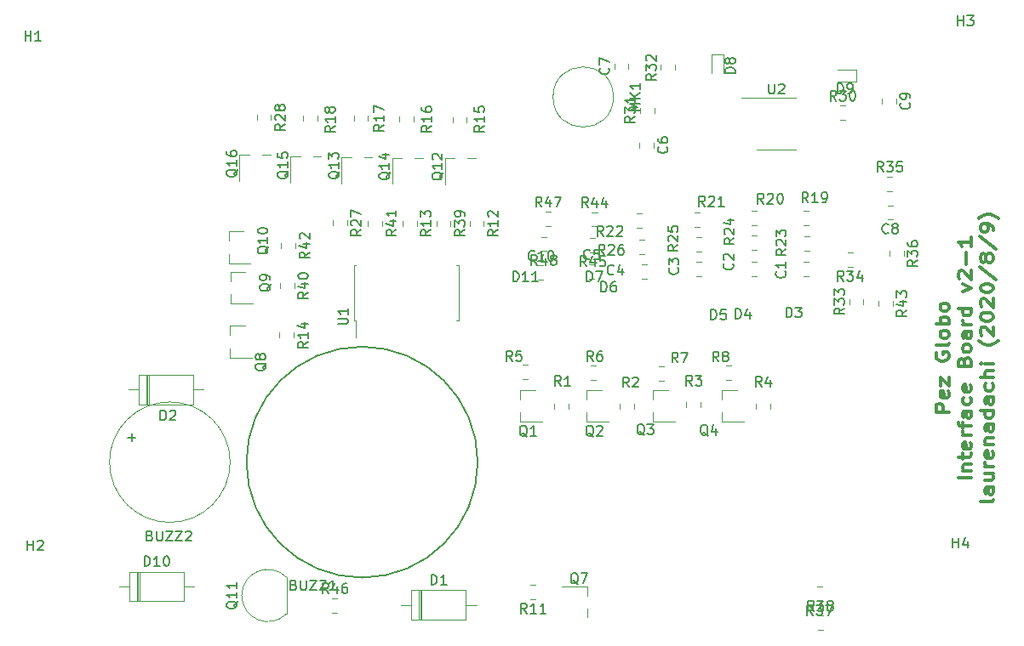
<source format=gbr>
G04 #@! TF.GenerationSoftware,KiCad,Pcbnew,(5.1.6-0-10_14)*
G04 #@! TF.CreationDate,2020-09-03T11:18:50-04:00*
G04 #@! TF.ProjectId,Pufferfish-Interface-2,50756666-6572-4666-9973-682d496e7465,rev?*
G04 #@! TF.SameCoordinates,Original*
G04 #@! TF.FileFunction,Legend,Top*
G04 #@! TF.FilePolarity,Positive*
%FSLAX46Y46*%
G04 Gerber Fmt 4.6, Leading zero omitted, Abs format (unit mm)*
G04 Created by KiCad (PCBNEW (5.1.6-0-10_14)) date 2020-09-03 11:18:50*
%MOMM*%
%LPD*%
G01*
G04 APERTURE LIST*
%ADD10C,0.300000*%
%ADD11C,0.120000*%
%ADD12C,0.203200*%
%ADD13C,0.150000*%
G04 APERTURE END LIST*
D10*
X74369523Y-34392857D02*
X73099523Y-34392857D01*
X73099523Y-33821428D01*
X73160000Y-33678571D01*
X73220476Y-33607142D01*
X73341428Y-33535714D01*
X73522857Y-33535714D01*
X73643809Y-33607142D01*
X73704285Y-33678571D01*
X73764761Y-33821428D01*
X73764761Y-34392857D01*
X74309047Y-32321428D02*
X74369523Y-32464285D01*
X74369523Y-32750000D01*
X74309047Y-32892857D01*
X74188095Y-32964285D01*
X73704285Y-32964285D01*
X73583333Y-32892857D01*
X73522857Y-32750000D01*
X73522857Y-32464285D01*
X73583333Y-32321428D01*
X73704285Y-32250000D01*
X73825238Y-32250000D01*
X73946190Y-32964285D01*
X73522857Y-31750000D02*
X73522857Y-30964285D01*
X74369523Y-31750000D01*
X74369523Y-30964285D01*
X73160000Y-28464285D02*
X73099523Y-28607142D01*
X73099523Y-28821428D01*
X73160000Y-29035714D01*
X73280952Y-29178571D01*
X73401904Y-29250000D01*
X73643809Y-29321428D01*
X73825238Y-29321428D01*
X74067142Y-29250000D01*
X74188095Y-29178571D01*
X74309047Y-29035714D01*
X74369523Y-28821428D01*
X74369523Y-28678571D01*
X74309047Y-28464285D01*
X74248571Y-28392857D01*
X73825238Y-28392857D01*
X73825238Y-28678571D01*
X74369523Y-27535714D02*
X74309047Y-27678571D01*
X74188095Y-27750000D01*
X73099523Y-27750000D01*
X74369523Y-26750000D02*
X74309047Y-26892857D01*
X74248571Y-26964285D01*
X74127619Y-27035714D01*
X73764761Y-27035714D01*
X73643809Y-26964285D01*
X73583333Y-26892857D01*
X73522857Y-26750000D01*
X73522857Y-26535714D01*
X73583333Y-26392857D01*
X73643809Y-26321428D01*
X73764761Y-26250000D01*
X74127619Y-26250000D01*
X74248571Y-26321428D01*
X74309047Y-26392857D01*
X74369523Y-26535714D01*
X74369523Y-26750000D01*
X74369523Y-25607142D02*
X73099523Y-25607142D01*
X73583333Y-25607142D02*
X73522857Y-25464285D01*
X73522857Y-25178571D01*
X73583333Y-25035714D01*
X73643809Y-24964285D01*
X73764761Y-24892857D01*
X74127619Y-24892857D01*
X74248571Y-24964285D01*
X74309047Y-25035714D01*
X74369523Y-25178571D01*
X74369523Y-25464285D01*
X74309047Y-25607142D01*
X74369523Y-24035714D02*
X74309047Y-24178571D01*
X74248571Y-24250000D01*
X74127619Y-24321428D01*
X73764761Y-24321428D01*
X73643809Y-24250000D01*
X73583333Y-24178571D01*
X73522857Y-24035714D01*
X73522857Y-23821428D01*
X73583333Y-23678571D01*
X73643809Y-23607142D01*
X73764761Y-23535714D01*
X74127619Y-23535714D01*
X74248571Y-23607142D01*
X74309047Y-23678571D01*
X74369523Y-23821428D01*
X74369523Y-24035714D01*
X76574523Y-40928571D02*
X75304523Y-40928571D01*
X75727857Y-40214285D02*
X76574523Y-40214285D01*
X75848809Y-40214285D02*
X75788333Y-40142857D01*
X75727857Y-40000000D01*
X75727857Y-39785714D01*
X75788333Y-39642857D01*
X75909285Y-39571428D01*
X76574523Y-39571428D01*
X75727857Y-39071428D02*
X75727857Y-38500000D01*
X75304523Y-38857142D02*
X76393095Y-38857142D01*
X76514047Y-38785714D01*
X76574523Y-38642857D01*
X76574523Y-38500000D01*
X76514047Y-37428571D02*
X76574523Y-37571428D01*
X76574523Y-37857142D01*
X76514047Y-38000000D01*
X76393095Y-38071428D01*
X75909285Y-38071428D01*
X75788333Y-38000000D01*
X75727857Y-37857142D01*
X75727857Y-37571428D01*
X75788333Y-37428571D01*
X75909285Y-37357142D01*
X76030238Y-37357142D01*
X76151190Y-38071428D01*
X76574523Y-36714285D02*
X75727857Y-36714285D01*
X75969761Y-36714285D02*
X75848809Y-36642857D01*
X75788333Y-36571428D01*
X75727857Y-36428571D01*
X75727857Y-36285714D01*
X75727857Y-36000000D02*
X75727857Y-35428571D01*
X76574523Y-35785714D02*
X75485952Y-35785714D01*
X75365000Y-35714285D01*
X75304523Y-35571428D01*
X75304523Y-35428571D01*
X76574523Y-34285714D02*
X75909285Y-34285714D01*
X75788333Y-34357142D01*
X75727857Y-34500000D01*
X75727857Y-34785714D01*
X75788333Y-34928571D01*
X76514047Y-34285714D02*
X76574523Y-34428571D01*
X76574523Y-34785714D01*
X76514047Y-34928571D01*
X76393095Y-35000000D01*
X76272142Y-35000000D01*
X76151190Y-34928571D01*
X76090714Y-34785714D01*
X76090714Y-34428571D01*
X76030238Y-34285714D01*
X76514047Y-32928571D02*
X76574523Y-33071428D01*
X76574523Y-33357142D01*
X76514047Y-33500000D01*
X76453571Y-33571428D01*
X76332619Y-33642857D01*
X75969761Y-33642857D01*
X75848809Y-33571428D01*
X75788333Y-33500000D01*
X75727857Y-33357142D01*
X75727857Y-33071428D01*
X75788333Y-32928571D01*
X76514047Y-31714285D02*
X76574523Y-31857142D01*
X76574523Y-32142857D01*
X76514047Y-32285714D01*
X76393095Y-32357142D01*
X75909285Y-32357142D01*
X75788333Y-32285714D01*
X75727857Y-32142857D01*
X75727857Y-31857142D01*
X75788333Y-31714285D01*
X75909285Y-31642857D01*
X76030238Y-31642857D01*
X76151190Y-32357142D01*
X75909285Y-29357142D02*
X75969761Y-29142857D01*
X76030238Y-29071428D01*
X76151190Y-29000000D01*
X76332619Y-29000000D01*
X76453571Y-29071428D01*
X76514047Y-29142857D01*
X76574523Y-29285714D01*
X76574523Y-29857142D01*
X75304523Y-29857142D01*
X75304523Y-29357142D01*
X75365000Y-29214285D01*
X75425476Y-29142857D01*
X75546428Y-29071428D01*
X75667380Y-29071428D01*
X75788333Y-29142857D01*
X75848809Y-29214285D01*
X75909285Y-29357142D01*
X75909285Y-29857142D01*
X76574523Y-28142857D02*
X76514047Y-28285714D01*
X76453571Y-28357142D01*
X76332619Y-28428571D01*
X75969761Y-28428571D01*
X75848809Y-28357142D01*
X75788333Y-28285714D01*
X75727857Y-28142857D01*
X75727857Y-27928571D01*
X75788333Y-27785714D01*
X75848809Y-27714285D01*
X75969761Y-27642857D01*
X76332619Y-27642857D01*
X76453571Y-27714285D01*
X76514047Y-27785714D01*
X76574523Y-27928571D01*
X76574523Y-28142857D01*
X76574523Y-26357142D02*
X75909285Y-26357142D01*
X75788333Y-26428571D01*
X75727857Y-26571428D01*
X75727857Y-26857142D01*
X75788333Y-27000000D01*
X76514047Y-26357142D02*
X76574523Y-26500000D01*
X76574523Y-26857142D01*
X76514047Y-27000000D01*
X76393095Y-27071428D01*
X76272142Y-27071428D01*
X76151190Y-27000000D01*
X76090714Y-26857142D01*
X76090714Y-26500000D01*
X76030238Y-26357142D01*
X76574523Y-25642857D02*
X75727857Y-25642857D01*
X75969761Y-25642857D02*
X75848809Y-25571428D01*
X75788333Y-25500000D01*
X75727857Y-25357142D01*
X75727857Y-25214285D01*
X76574523Y-24071428D02*
X75304523Y-24071428D01*
X76514047Y-24071428D02*
X76574523Y-24214285D01*
X76574523Y-24500000D01*
X76514047Y-24642857D01*
X76453571Y-24714285D01*
X76332619Y-24785714D01*
X75969761Y-24785714D01*
X75848809Y-24714285D01*
X75788333Y-24642857D01*
X75727857Y-24500000D01*
X75727857Y-24214285D01*
X75788333Y-24071428D01*
X75727857Y-22357142D02*
X76574523Y-22000000D01*
X75727857Y-21642857D01*
X75425476Y-21142857D02*
X75365000Y-21071428D01*
X75304523Y-20928571D01*
X75304523Y-20571428D01*
X75365000Y-20428571D01*
X75425476Y-20357142D01*
X75546428Y-20285714D01*
X75667380Y-20285714D01*
X75848809Y-20357142D01*
X76574523Y-21214285D01*
X76574523Y-20285714D01*
X76090714Y-19642857D02*
X76090714Y-18500000D01*
X76574523Y-17000000D02*
X76574523Y-17857142D01*
X76574523Y-17428571D02*
X75304523Y-17428571D01*
X75485952Y-17571428D01*
X75606904Y-17714285D01*
X75667380Y-17857142D01*
X78779523Y-43107142D02*
X78719047Y-43250000D01*
X78598095Y-43321428D01*
X77509523Y-43321428D01*
X78779523Y-41892857D02*
X78114285Y-41892857D01*
X77993333Y-41964285D01*
X77932857Y-42107142D01*
X77932857Y-42392857D01*
X77993333Y-42535714D01*
X78719047Y-41892857D02*
X78779523Y-42035714D01*
X78779523Y-42392857D01*
X78719047Y-42535714D01*
X78598095Y-42607142D01*
X78477142Y-42607142D01*
X78356190Y-42535714D01*
X78295714Y-42392857D01*
X78295714Y-42035714D01*
X78235238Y-41892857D01*
X77932857Y-40535714D02*
X78779523Y-40535714D01*
X77932857Y-41178571D02*
X78598095Y-41178571D01*
X78719047Y-41107142D01*
X78779523Y-40964285D01*
X78779523Y-40750000D01*
X78719047Y-40607142D01*
X78658571Y-40535714D01*
X78779523Y-39821428D02*
X77932857Y-39821428D01*
X78174761Y-39821428D02*
X78053809Y-39750000D01*
X77993333Y-39678571D01*
X77932857Y-39535714D01*
X77932857Y-39392857D01*
X78719047Y-38321428D02*
X78779523Y-38464285D01*
X78779523Y-38750000D01*
X78719047Y-38892857D01*
X78598095Y-38964285D01*
X78114285Y-38964285D01*
X77993333Y-38892857D01*
X77932857Y-38750000D01*
X77932857Y-38464285D01*
X77993333Y-38321428D01*
X78114285Y-38250000D01*
X78235238Y-38250000D01*
X78356190Y-38964285D01*
X77932857Y-37607142D02*
X78779523Y-37607142D01*
X78053809Y-37607142D02*
X77993333Y-37535714D01*
X77932857Y-37392857D01*
X77932857Y-37178571D01*
X77993333Y-37035714D01*
X78114285Y-36964285D01*
X78779523Y-36964285D01*
X78779523Y-35607142D02*
X78114285Y-35607142D01*
X77993333Y-35678571D01*
X77932857Y-35821428D01*
X77932857Y-36107142D01*
X77993333Y-36250000D01*
X78719047Y-35607142D02*
X78779523Y-35750000D01*
X78779523Y-36107142D01*
X78719047Y-36250000D01*
X78598095Y-36321428D01*
X78477142Y-36321428D01*
X78356190Y-36250000D01*
X78295714Y-36107142D01*
X78295714Y-35750000D01*
X78235238Y-35607142D01*
X78779523Y-34250000D02*
X77509523Y-34250000D01*
X78719047Y-34250000D02*
X78779523Y-34392857D01*
X78779523Y-34678571D01*
X78719047Y-34821428D01*
X78658571Y-34892857D01*
X78537619Y-34964285D01*
X78174761Y-34964285D01*
X78053809Y-34892857D01*
X77993333Y-34821428D01*
X77932857Y-34678571D01*
X77932857Y-34392857D01*
X77993333Y-34250000D01*
X78779523Y-32892857D02*
X78114285Y-32892857D01*
X77993333Y-32964285D01*
X77932857Y-33107142D01*
X77932857Y-33392857D01*
X77993333Y-33535714D01*
X78719047Y-32892857D02*
X78779523Y-33035714D01*
X78779523Y-33392857D01*
X78719047Y-33535714D01*
X78598095Y-33607142D01*
X78477142Y-33607142D01*
X78356190Y-33535714D01*
X78295714Y-33392857D01*
X78295714Y-33035714D01*
X78235238Y-32892857D01*
X78719047Y-31535714D02*
X78779523Y-31678571D01*
X78779523Y-31964285D01*
X78719047Y-32107142D01*
X78658571Y-32178571D01*
X78537619Y-32250000D01*
X78174761Y-32250000D01*
X78053809Y-32178571D01*
X77993333Y-32107142D01*
X77932857Y-31964285D01*
X77932857Y-31678571D01*
X77993333Y-31535714D01*
X78779523Y-30892857D02*
X77509523Y-30892857D01*
X78779523Y-30250000D02*
X78114285Y-30250000D01*
X77993333Y-30321428D01*
X77932857Y-30464285D01*
X77932857Y-30678571D01*
X77993333Y-30821428D01*
X78053809Y-30892857D01*
X78779523Y-29535714D02*
X77932857Y-29535714D01*
X77509523Y-29535714D02*
X77570000Y-29607142D01*
X77630476Y-29535714D01*
X77570000Y-29464285D01*
X77509523Y-29535714D01*
X77630476Y-29535714D01*
X79263333Y-27250000D02*
X79202857Y-27321428D01*
X79021428Y-27464285D01*
X78900476Y-27535714D01*
X78719047Y-27607142D01*
X78416666Y-27678571D01*
X78174761Y-27678571D01*
X77872380Y-27607142D01*
X77690952Y-27535714D01*
X77570000Y-27464285D01*
X77388571Y-27321428D01*
X77328095Y-27250000D01*
X77630476Y-26750000D02*
X77570000Y-26678571D01*
X77509523Y-26535714D01*
X77509523Y-26178571D01*
X77570000Y-26035714D01*
X77630476Y-25964285D01*
X77751428Y-25892857D01*
X77872380Y-25892857D01*
X78053809Y-25964285D01*
X78779523Y-26821428D01*
X78779523Y-25892857D01*
X77509523Y-24964285D02*
X77509523Y-24821428D01*
X77570000Y-24678571D01*
X77630476Y-24607142D01*
X77751428Y-24535714D01*
X77993333Y-24464285D01*
X78295714Y-24464285D01*
X78537619Y-24535714D01*
X78658571Y-24607142D01*
X78719047Y-24678571D01*
X78779523Y-24821428D01*
X78779523Y-24964285D01*
X78719047Y-25107142D01*
X78658571Y-25178571D01*
X78537619Y-25250000D01*
X78295714Y-25321428D01*
X77993333Y-25321428D01*
X77751428Y-25250000D01*
X77630476Y-25178571D01*
X77570000Y-25107142D01*
X77509523Y-24964285D01*
X77630476Y-23892857D02*
X77570000Y-23821428D01*
X77509523Y-23678571D01*
X77509523Y-23321428D01*
X77570000Y-23178571D01*
X77630476Y-23107142D01*
X77751428Y-23035714D01*
X77872380Y-23035714D01*
X78053809Y-23107142D01*
X78779523Y-23964285D01*
X78779523Y-23035714D01*
X77509523Y-22107142D02*
X77509523Y-21964285D01*
X77570000Y-21821428D01*
X77630476Y-21750000D01*
X77751428Y-21678571D01*
X77993333Y-21607142D01*
X78295714Y-21607142D01*
X78537619Y-21678571D01*
X78658571Y-21750000D01*
X78719047Y-21821428D01*
X78779523Y-21964285D01*
X78779523Y-22107142D01*
X78719047Y-22250000D01*
X78658571Y-22321428D01*
X78537619Y-22392857D01*
X78295714Y-22464285D01*
X77993333Y-22464285D01*
X77751428Y-22392857D01*
X77630476Y-22321428D01*
X77570000Y-22250000D01*
X77509523Y-22107142D01*
X77449047Y-19892857D02*
X79081904Y-21178571D01*
X78053809Y-19178571D02*
X77993333Y-19321428D01*
X77932857Y-19392857D01*
X77811904Y-19464285D01*
X77751428Y-19464285D01*
X77630476Y-19392857D01*
X77570000Y-19321428D01*
X77509523Y-19178571D01*
X77509523Y-18892857D01*
X77570000Y-18750000D01*
X77630476Y-18678571D01*
X77751428Y-18607142D01*
X77811904Y-18607142D01*
X77932857Y-18678571D01*
X77993333Y-18750000D01*
X78053809Y-18892857D01*
X78053809Y-19178571D01*
X78114285Y-19321428D01*
X78174761Y-19392857D01*
X78295714Y-19464285D01*
X78537619Y-19464285D01*
X78658571Y-19392857D01*
X78719047Y-19321428D01*
X78779523Y-19178571D01*
X78779523Y-18892857D01*
X78719047Y-18750000D01*
X78658571Y-18678571D01*
X78537619Y-18607142D01*
X78295714Y-18607142D01*
X78174761Y-18678571D01*
X78114285Y-18750000D01*
X78053809Y-18892857D01*
X77449047Y-16892857D02*
X79081904Y-18178571D01*
X78779523Y-16321428D02*
X78779523Y-16035714D01*
X78719047Y-15892857D01*
X78658571Y-15821428D01*
X78477142Y-15678571D01*
X78235238Y-15607142D01*
X77751428Y-15607142D01*
X77630476Y-15678571D01*
X77570000Y-15750000D01*
X77509523Y-15892857D01*
X77509523Y-16178571D01*
X77570000Y-16321428D01*
X77630476Y-16392857D01*
X77751428Y-16464285D01*
X78053809Y-16464285D01*
X78174761Y-16392857D01*
X78235238Y-16321428D01*
X78295714Y-16178571D01*
X78295714Y-15892857D01*
X78235238Y-15750000D01*
X78174761Y-15678571D01*
X78053809Y-15607142D01*
X79263333Y-15107142D02*
X79202857Y-15035714D01*
X79021428Y-14892857D01*
X78900476Y-14821428D01*
X78719047Y-14750000D01*
X78416666Y-14678571D01*
X78174761Y-14678571D01*
X77872380Y-14750000D01*
X77690952Y-14821428D01*
X77570000Y-14892857D01*
X77388571Y-15035714D01*
X77328095Y-15107142D01*
D11*
X-7154620Y-50275980D02*
X-7154620Y-53215980D01*
X-7154620Y-53215980D02*
X-1714620Y-53215980D01*
X-1714620Y-53215980D02*
X-1714620Y-50275980D01*
X-1714620Y-50275980D02*
X-7154620Y-50275980D01*
X-8174620Y-51745980D02*
X-7154620Y-51745980D01*
X-694620Y-51745980D02*
X-1714620Y-51745980D01*
X-6254620Y-50275980D02*
X-6254620Y-53215980D01*
X-6134620Y-50275980D02*
X-6134620Y-53215980D01*
X-6374620Y-50275980D02*
X-6374620Y-53215980D01*
X38571422Y-19680000D02*
X39088578Y-19680000D01*
X38571422Y-21100000D02*
X39088578Y-21100000D01*
X39208578Y-18470000D02*
X38691422Y-18470000D01*
X39208578Y-17050000D02*
X38691422Y-17050000D01*
X38870122Y-14474120D02*
X39387278Y-14474120D01*
X38870122Y-15894120D02*
X39387278Y-15894120D01*
X25590960Y-22496780D02*
X25590960Y-19736780D01*
X25590960Y-19736780D02*
X25385960Y-19736780D01*
X25590960Y-22496780D02*
X25590960Y-25256780D01*
X25590960Y-25256780D02*
X25385960Y-25256780D01*
X15170960Y-22496780D02*
X15170960Y-19736780D01*
X15170960Y-19736780D02*
X15375960Y-19736780D01*
X15170960Y-22496780D02*
X15170960Y-25256780D01*
X15170960Y-25256780D02*
X15375960Y-25256780D01*
X15375960Y-25256780D02*
X15375960Y-26946780D01*
X34318578Y-18340000D02*
X33801422Y-18340000D01*
X34318578Y-16920000D02*
X33801422Y-16920000D01*
X34248922Y-14430000D02*
X34766078Y-14430000D01*
X34248922Y-15850000D02*
X34766078Y-15850000D01*
X68790000Y-23331422D02*
X68790000Y-23848578D01*
X67370000Y-23331422D02*
X67370000Y-23848578D01*
X6940620Y-4795782D02*
X6940620Y-5312938D01*
X5520620Y-4795782D02*
X5520620Y-5312938D01*
X33526902Y-19791500D02*
X34044058Y-19791500D01*
X33526902Y-21211500D02*
X34044058Y-21211500D01*
X2880000Y-39370000D02*
G75*
G03*
X2880000Y-39370000I-6000000J0D01*
G01*
X41000000Y-3000000D02*
G75*
G03*
X41000000Y-3000000I-3000000J0D01*
G01*
X57220000Y-8200000D02*
X59170000Y-8200000D01*
X57220000Y-8200000D02*
X55270000Y-8200000D01*
X57220000Y-3080000D02*
X59170000Y-3080000D01*
X57220000Y-3080000D02*
X53770000Y-3080000D01*
X13033922Y-52920000D02*
X13551078Y-52920000D01*
X13033922Y-54340000D02*
X13551078Y-54340000D01*
X9381560Y-17552142D02*
X9381560Y-18069298D01*
X7961560Y-17552142D02*
X7961560Y-18069298D01*
X18004860Y-15311622D02*
X18004860Y-15828778D01*
X16584860Y-15311622D02*
X16584860Y-15828778D01*
X9249480Y-21549862D02*
X9249480Y-22067018D01*
X7829480Y-21549862D02*
X7829480Y-22067018D01*
X24814600Y-15337022D02*
X24814600Y-15854178D01*
X23394600Y-15337022D02*
X23394600Y-15854178D01*
X61318922Y-54670000D02*
X61836078Y-54670000D01*
X61318922Y-56090000D02*
X61836078Y-56090000D01*
X61756078Y-53210000D02*
X61238922Y-53210000D01*
X61756078Y-51790000D02*
X61238922Y-51790000D01*
X69870000Y-18341422D02*
X69870000Y-18858578D01*
X68450000Y-18341422D02*
X68450000Y-18858578D01*
X68223922Y-10930000D02*
X68741078Y-10930000D01*
X68223922Y-12350000D02*
X68741078Y-12350000D01*
X64808578Y-19930000D02*
X64291422Y-19930000D01*
X64808578Y-18510000D02*
X64291422Y-18510000D01*
X64450000Y-23648578D02*
X64450000Y-23131422D01*
X65870000Y-23648578D02*
X65870000Y-23131422D01*
X45730000Y-318578D02*
X45730000Y198578D01*
X47150000Y-318578D02*
X47150000Y198578D01*
X43641180Y-4568578D02*
X43641180Y-4051422D01*
X45061180Y-4568578D02*
X45061180Y-4051422D01*
X63551422Y-3860000D02*
X64068578Y-3860000D01*
X63551422Y-5280000D02*
X64068578Y-5280000D01*
X14514900Y-15283682D02*
X14514900Y-15800838D01*
X13094900Y-15283682D02*
X13094900Y-15800838D01*
X9211380Y-26474682D02*
X9211380Y-26991838D01*
X7791380Y-26474682D02*
X7791380Y-26991838D01*
X21436400Y-15337022D02*
X21436400Y-15854178D01*
X20016400Y-15337022D02*
X20016400Y-15854178D01*
X26688980Y-15337022D02*
X26688980Y-15854178D01*
X28108980Y-15337022D02*
X28108980Y-15854178D01*
X6070360Y-8774060D02*
X6870360Y-8774060D01*
X3820360Y-11374060D02*
X3820360Y-8774060D01*
X3820360Y-8774060D02*
X4770360Y-8774060D01*
X11142740Y-8944240D02*
X11942740Y-8944240D01*
X8892740Y-11544240D02*
X8892740Y-8944240D01*
X8892740Y-8944240D02*
X9842740Y-8944240D01*
X21244320Y-9058540D02*
X22044320Y-9058540D01*
X18994320Y-11658540D02*
X18994320Y-9058540D01*
X18994320Y-9058540D02*
X19944320Y-9058540D01*
X16212580Y-8984880D02*
X17012580Y-8984880D01*
X13962580Y-11584880D02*
X13962580Y-8984880D01*
X13962580Y-8984880D02*
X14912580Y-8984880D01*
X26509740Y-9081400D02*
X27309740Y-9081400D01*
X24259740Y-11681400D02*
X24259740Y-9081400D01*
X24259740Y-9081400D02*
X25209740Y-9081400D01*
X8468478Y-50811522D02*
G75*
G03*
X4030000Y-52650000I-1838478J-1838478D01*
G01*
X8468478Y-54488478D02*
G75*
G02*
X4030000Y-52650000I-1838478J1838478D01*
G01*
X8480000Y-54450000D02*
X8480000Y-50850000D01*
X65170000Y-1460000D02*
X65170000Y-260000D01*
X63320000Y-1460000D02*
X65170000Y-1460000D01*
X63320000Y-260000D02*
X65170000Y-260000D01*
X51950000Y1260000D02*
X50750000Y1260000D01*
X51950000Y-590000D02*
X51950000Y1260000D01*
X50750000Y-590000D02*
X50750000Y1260000D01*
X69130000Y-3161422D02*
X69130000Y-3678578D01*
X67710000Y-3161422D02*
X67710000Y-3678578D01*
X68781078Y-15210000D02*
X68263922Y-15210000D01*
X68781078Y-13790000D02*
X68263922Y-13790000D01*
X41080000Y-208578D02*
X41080000Y308578D01*
X42500000Y-208578D02*
X42500000Y308578D01*
X45007840Y-7531222D02*
X45007840Y-8048378D01*
X43587840Y-7531222D02*
X43587840Y-8048378D01*
X38442000Y-53990000D02*
X38442000Y-54790000D01*
X35842000Y-51740000D02*
X38442000Y-51740000D01*
X38442000Y-51740000D02*
X38442000Y-52690000D01*
X44068578Y-18620000D02*
X43551422Y-18620000D01*
X44068578Y-17200000D02*
X43551422Y-17200000D01*
X49778578Y-18420000D02*
X49261422Y-18420000D01*
X49778578Y-17000000D02*
X49261422Y-17000000D01*
X55229258Y-18210000D02*
X54712102Y-18210000D01*
X55229258Y-16790000D02*
X54712102Y-16790000D01*
X60499998Y-18281720D02*
X59982842Y-18281720D01*
X60499998Y-16861720D02*
X59982842Y-16861720D01*
X43332662Y-14568100D02*
X43849818Y-14568100D01*
X43332662Y-15988100D02*
X43849818Y-15988100D01*
X49035202Y-14507140D02*
X49552358Y-14507140D01*
X49035202Y-15927140D02*
X49552358Y-15927140D01*
X54712102Y-14321720D02*
X55229258Y-14321720D01*
X54712102Y-15741720D02*
X55229258Y-15741720D01*
X59885842Y-14321720D02*
X60402998Y-14321720D01*
X59885842Y-15741720D02*
X60402998Y-15741720D01*
X11588820Y-4864602D02*
X11588820Y-5381758D01*
X10168820Y-4864602D02*
X10168820Y-5381758D01*
X16595160Y-4836422D02*
X16595160Y-5353578D01*
X15175160Y-4836422D02*
X15175160Y-5353578D01*
X21149380Y-4943102D02*
X21149380Y-5460258D01*
X19729380Y-4943102D02*
X19729380Y-5460258D01*
X26412260Y-4991602D02*
X26412260Y-5508758D01*
X24992260Y-4991602D02*
X24992260Y-5508758D01*
X33278578Y-53034000D02*
X32761422Y-53034000D01*
X33278578Y-51614000D02*
X32761422Y-51614000D01*
X52757598Y-31190000D02*
X52240442Y-31190000D01*
X52757598Y-29770000D02*
X52240442Y-29770000D01*
X46057078Y-31228100D02*
X45539922Y-31228100D01*
X46057078Y-29808100D02*
X45539922Y-29808100D01*
X39267898Y-31149360D02*
X38750742Y-31149360D01*
X39267898Y-29729360D02*
X38750742Y-29729360D01*
X32506658Y-31070620D02*
X31989502Y-31070620D01*
X32506658Y-29650620D02*
X31989502Y-29650620D01*
X55170000Y-34040578D02*
X55170000Y-33523422D01*
X56590000Y-34040578D02*
X56590000Y-33523422D01*
X48266280Y-33933898D02*
X48266280Y-33416742D01*
X49686280Y-33933898D02*
X49686280Y-33416742D01*
X41631800Y-34040578D02*
X41631800Y-33523422D01*
X43051800Y-34040578D02*
X43051800Y-33523422D01*
X35104000Y-34040578D02*
X35104000Y-33523422D01*
X36524000Y-34040578D02*
X36524000Y-33523422D01*
X2729960Y-16385420D02*
X2729960Y-17315420D01*
X2729960Y-19545420D02*
X2729960Y-18615420D01*
X2729960Y-19545420D02*
X4889960Y-19545420D01*
X2729960Y-16385420D02*
X4189960Y-16385420D01*
X2931380Y-20441760D02*
X2931380Y-21371760D01*
X2931380Y-23601760D02*
X2931380Y-22671760D01*
X2931380Y-23601760D02*
X5091380Y-23601760D01*
X2931380Y-20441760D02*
X4391380Y-20441760D01*
X2869660Y-25791040D02*
X2869660Y-26721040D01*
X2869660Y-28951040D02*
X2869660Y-28021040D01*
X2869660Y-28951040D02*
X5029660Y-28951040D01*
X2869660Y-25791040D02*
X4329660Y-25791040D01*
X51818000Y-32202000D02*
X51818000Y-33132000D01*
X51818000Y-35362000D02*
X51818000Y-34432000D01*
X51818000Y-35362000D02*
X53978000Y-35362000D01*
X51818000Y-32202000D02*
X53278000Y-32202000D01*
X44960000Y-32202000D02*
X44960000Y-33132000D01*
X44960000Y-35362000D02*
X44960000Y-34432000D01*
X44960000Y-35362000D02*
X47120000Y-35362000D01*
X44960000Y-32202000D02*
X46420000Y-32202000D01*
X38356000Y-32202000D02*
X38356000Y-33132000D01*
X38356000Y-35362000D02*
X38356000Y-34432000D01*
X38356000Y-35362000D02*
X40516000Y-35362000D01*
X38356000Y-32202000D02*
X39816000Y-32202000D01*
X31752000Y-32202000D02*
X31752000Y-33132000D01*
X31752000Y-35362000D02*
X31752000Y-34432000D01*
X31752000Y-35362000D02*
X33912000Y-35362000D01*
X31752000Y-32202000D02*
X33212000Y-32202000D01*
X-6250000Y-30660000D02*
X-6250000Y-33600000D01*
X-6250000Y-33600000D02*
X-810000Y-33600000D01*
X-810000Y-33600000D02*
X-810000Y-30660000D01*
X-810000Y-30660000D02*
X-6250000Y-30660000D01*
X-7270000Y-32130000D02*
X-6250000Y-32130000D01*
X210000Y-32130000D02*
X-810000Y-32130000D01*
X-5350000Y-30660000D02*
X-5350000Y-33600000D01*
X-5230000Y-30660000D02*
X-5230000Y-33600000D01*
X-5470000Y-30660000D02*
X-5470000Y-33600000D01*
X20902000Y-52124000D02*
X20902000Y-55064000D01*
X20902000Y-55064000D02*
X26342000Y-55064000D01*
X26342000Y-55064000D02*
X26342000Y-52124000D01*
X26342000Y-52124000D02*
X20902000Y-52124000D01*
X19882000Y-53594000D02*
X20902000Y-53594000D01*
X27362000Y-53594000D02*
X26342000Y-53594000D01*
X21802000Y-52124000D02*
X21802000Y-55064000D01*
X21922000Y-52124000D02*
X21922000Y-55064000D01*
X21682000Y-52124000D02*
X21682000Y-55064000D01*
X43801422Y-19660000D02*
X44318578Y-19660000D01*
X43801422Y-21080000D02*
X44318578Y-21080000D01*
X49273922Y-19410000D02*
X49791078Y-19410000D01*
X49273922Y-20830000D02*
X49791078Y-20830000D01*
X54712102Y-19401720D02*
X55229258Y-19401720D01*
X54712102Y-20821720D02*
X55229258Y-20821720D01*
X59885842Y-19401720D02*
X60402998Y-19401720D01*
X59885842Y-20821720D02*
X60402998Y-20821720D01*
D12*
X27502000Y-39370000D02*
G75*
G03*
X27502000Y-39370000I-11500000J0D01*
G01*
D13*
X74738095Y-47900380D02*
X74738095Y-46900380D01*
X74738095Y-47376571D02*
X75309523Y-47376571D01*
X75309523Y-47900380D02*
X75309523Y-46900380D01*
X76214285Y-47233714D02*
X76214285Y-47900380D01*
X75976190Y-46852761D02*
X75738095Y-47567047D01*
X76357142Y-47567047D01*
X75238095Y4099619D02*
X75238095Y5099619D01*
X75238095Y4623428D02*
X75809523Y4623428D01*
X75809523Y4099619D02*
X75809523Y5099619D01*
X76190476Y5099619D02*
X76809523Y5099619D01*
X76476190Y4718666D01*
X76619047Y4718666D01*
X76714285Y4671047D01*
X76761904Y4623428D01*
X76809523Y4528190D01*
X76809523Y4290095D01*
X76761904Y4194857D01*
X76714285Y4147238D01*
X76619047Y4099619D01*
X76333333Y4099619D01*
X76238095Y4147238D01*
X76190476Y4194857D01*
X-17261904Y-48150380D02*
X-17261904Y-47150380D01*
X-17261904Y-47626571D02*
X-16690476Y-47626571D01*
X-16690476Y-48150380D02*
X-16690476Y-47150380D01*
X-16261904Y-47245619D02*
X-16214285Y-47198000D01*
X-16119047Y-47150380D01*
X-15880952Y-47150380D01*
X-15785714Y-47198000D01*
X-15738095Y-47245619D01*
X-15690476Y-47340857D01*
X-15690476Y-47436095D01*
X-15738095Y-47578952D01*
X-16309523Y-48150380D01*
X-15690476Y-48150380D01*
X-17511904Y2599619D02*
X-17511904Y3599619D01*
X-17511904Y3123428D02*
X-16940476Y3123428D01*
X-16940476Y2599619D02*
X-16940476Y3599619D01*
X-15940476Y2599619D02*
X-16511904Y2599619D01*
X-16226190Y2599619D02*
X-16226190Y3599619D01*
X-16321428Y3456761D01*
X-16416666Y3361523D01*
X-16511904Y3313904D01*
X-5648905Y-49728360D02*
X-5648905Y-48728360D01*
X-5410810Y-48728360D01*
X-5267953Y-48775980D01*
X-5172715Y-48871218D01*
X-5125096Y-48966456D01*
X-5077477Y-49156932D01*
X-5077477Y-49299789D01*
X-5125096Y-49490265D01*
X-5172715Y-49585503D01*
X-5267953Y-49680741D01*
X-5410810Y-49728360D01*
X-5648905Y-49728360D01*
X-4125096Y-49728360D02*
X-4696524Y-49728360D01*
X-4410810Y-49728360D02*
X-4410810Y-48728360D01*
X-4506048Y-48871218D01*
X-4601286Y-48966456D01*
X-4696524Y-49014075D01*
X-3506048Y-48728360D02*
X-3410810Y-48728360D01*
X-3315572Y-48775980D01*
X-3267953Y-48823599D01*
X-3220334Y-48918837D01*
X-3172715Y-49109313D01*
X-3172715Y-49347408D01*
X-3220334Y-49537884D01*
X-3267953Y-49633122D01*
X-3315572Y-49680741D01*
X-3410810Y-49728360D01*
X-3506048Y-49728360D01*
X-3601286Y-49680741D01*
X-3648905Y-49633122D01*
X-3696524Y-49537884D01*
X-3744143Y-49347408D01*
X-3744143Y-49109313D01*
X-3696524Y-48918837D01*
X-3648905Y-48823599D01*
X-3601286Y-48775980D01*
X-3506048Y-48728360D01*
X38361904Y-21352380D02*
X38361904Y-20352380D01*
X38600000Y-20352380D01*
X38742857Y-20400000D01*
X38838095Y-20495238D01*
X38885714Y-20590476D01*
X38933333Y-20780952D01*
X38933333Y-20923809D01*
X38885714Y-21114285D01*
X38838095Y-21209523D01*
X38742857Y-21304761D01*
X38600000Y-21352380D01*
X38361904Y-21352380D01*
X39266666Y-20352380D02*
X39933333Y-20352380D01*
X39504761Y-21352380D01*
X38663333Y-19097142D02*
X38615714Y-19144761D01*
X38472857Y-19192380D01*
X38377619Y-19192380D01*
X38234761Y-19144761D01*
X38139523Y-19049523D01*
X38091904Y-18954285D01*
X38044285Y-18763809D01*
X38044285Y-18620952D01*
X38091904Y-18430476D01*
X38139523Y-18335238D01*
X38234761Y-18240000D01*
X38377619Y-18192380D01*
X38472857Y-18192380D01*
X38615714Y-18240000D01*
X38663333Y-18287619D01*
X39568095Y-18192380D02*
X39091904Y-18192380D01*
X39044285Y-18668571D01*
X39091904Y-18620952D01*
X39187142Y-18573333D01*
X39425238Y-18573333D01*
X39520476Y-18620952D01*
X39568095Y-18668571D01*
X39615714Y-18763809D01*
X39615714Y-19001904D01*
X39568095Y-19097142D01*
X39520476Y-19144761D01*
X39425238Y-19192380D01*
X39187142Y-19192380D01*
X39091904Y-19144761D01*
X39044285Y-19097142D01*
X38307142Y-19862380D02*
X37973809Y-19386190D01*
X37735714Y-19862380D02*
X37735714Y-18862380D01*
X38116666Y-18862380D01*
X38211904Y-18910000D01*
X38259523Y-18957619D01*
X38307142Y-19052857D01*
X38307142Y-19195714D01*
X38259523Y-19290952D01*
X38211904Y-19338571D01*
X38116666Y-19386190D01*
X37735714Y-19386190D01*
X39164285Y-19195714D02*
X39164285Y-19862380D01*
X38926190Y-18814761D02*
X38688095Y-19529047D01*
X39307142Y-19529047D01*
X40164285Y-18862380D02*
X39688095Y-18862380D01*
X39640476Y-19338571D01*
X39688095Y-19290952D01*
X39783333Y-19243333D01*
X40021428Y-19243333D01*
X40116666Y-19290952D01*
X40164285Y-19338571D01*
X40211904Y-19433809D01*
X40211904Y-19671904D01*
X40164285Y-19767142D01*
X40116666Y-19814761D01*
X40021428Y-19862380D01*
X39783333Y-19862380D01*
X39688095Y-19814761D01*
X39640476Y-19767142D01*
X38485842Y-13986500D02*
X38152509Y-13510310D01*
X37914414Y-13986500D02*
X37914414Y-12986500D01*
X38295366Y-12986500D01*
X38390604Y-13034120D01*
X38438223Y-13081739D01*
X38485842Y-13176977D01*
X38485842Y-13319834D01*
X38438223Y-13415072D01*
X38390604Y-13462691D01*
X38295366Y-13510310D01*
X37914414Y-13510310D01*
X39342985Y-13319834D02*
X39342985Y-13986500D01*
X39104890Y-12938881D02*
X38866795Y-13653167D01*
X39485842Y-13653167D01*
X40295366Y-13319834D02*
X40295366Y-13986500D01*
X40057271Y-12938881D02*
X39819176Y-13653167D01*
X40438223Y-13653167D01*
X13577320Y-25636124D02*
X14386844Y-25636124D01*
X14482082Y-25588505D01*
X14529701Y-25540886D01*
X14577320Y-25445648D01*
X14577320Y-25255172D01*
X14529701Y-25159934D01*
X14482082Y-25112315D01*
X14386844Y-25064696D01*
X13577320Y-25064696D01*
X14577320Y-24064696D02*
X14577320Y-24636124D01*
X14577320Y-24350410D02*
X13577320Y-24350410D01*
X13720178Y-24445648D01*
X13815416Y-24540886D01*
X13863035Y-24636124D01*
X33417142Y-19732380D02*
X33083809Y-19256190D01*
X32845714Y-19732380D02*
X32845714Y-18732380D01*
X33226666Y-18732380D01*
X33321904Y-18780000D01*
X33369523Y-18827619D01*
X33417142Y-18922857D01*
X33417142Y-19065714D01*
X33369523Y-19160952D01*
X33321904Y-19208571D01*
X33226666Y-19256190D01*
X32845714Y-19256190D01*
X34274285Y-19065714D02*
X34274285Y-19732380D01*
X34036190Y-18684761D02*
X33798095Y-19399047D01*
X34417142Y-19399047D01*
X34940952Y-19160952D02*
X34845714Y-19113333D01*
X34798095Y-19065714D01*
X34750476Y-18970476D01*
X34750476Y-18922857D01*
X34798095Y-18827619D01*
X34845714Y-18780000D01*
X34940952Y-18732380D01*
X35131428Y-18732380D01*
X35226666Y-18780000D01*
X35274285Y-18827619D01*
X35321904Y-18922857D01*
X35321904Y-18970476D01*
X35274285Y-19065714D01*
X35226666Y-19113333D01*
X35131428Y-19160952D01*
X34940952Y-19160952D01*
X34845714Y-19208571D01*
X34798095Y-19256190D01*
X34750476Y-19351428D01*
X34750476Y-19541904D01*
X34798095Y-19637142D01*
X34845714Y-19684761D01*
X34940952Y-19732380D01*
X35131428Y-19732380D01*
X35226666Y-19684761D01*
X35274285Y-19637142D01*
X35321904Y-19541904D01*
X35321904Y-19351428D01*
X35274285Y-19256190D01*
X35226666Y-19208571D01*
X35131428Y-19160952D01*
X33864642Y-13942380D02*
X33531309Y-13466190D01*
X33293214Y-13942380D02*
X33293214Y-12942380D01*
X33674166Y-12942380D01*
X33769404Y-12990000D01*
X33817023Y-13037619D01*
X33864642Y-13132857D01*
X33864642Y-13275714D01*
X33817023Y-13370952D01*
X33769404Y-13418571D01*
X33674166Y-13466190D01*
X33293214Y-13466190D01*
X34721785Y-13275714D02*
X34721785Y-13942380D01*
X34483690Y-12894761D02*
X34245595Y-13609047D01*
X34864642Y-13609047D01*
X35150357Y-12942380D02*
X35817023Y-12942380D01*
X35388452Y-13942380D01*
X70182380Y-24232857D02*
X69706190Y-24566190D01*
X70182380Y-24804285D02*
X69182380Y-24804285D01*
X69182380Y-24423333D01*
X69230000Y-24328095D01*
X69277619Y-24280476D01*
X69372857Y-24232857D01*
X69515714Y-24232857D01*
X69610952Y-24280476D01*
X69658571Y-24328095D01*
X69706190Y-24423333D01*
X69706190Y-24804285D01*
X69515714Y-23375714D02*
X70182380Y-23375714D01*
X69134761Y-23613809D02*
X69849047Y-23851904D01*
X69849047Y-23232857D01*
X69182380Y-22947142D02*
X69182380Y-22328095D01*
X69563333Y-22661428D01*
X69563333Y-22518571D01*
X69610952Y-22423333D01*
X69658571Y-22375714D01*
X69753809Y-22328095D01*
X69991904Y-22328095D01*
X70087142Y-22375714D01*
X70134761Y-22423333D01*
X70182380Y-22518571D01*
X70182380Y-22804285D01*
X70134761Y-22899523D01*
X70087142Y-22947142D01*
X8333000Y-5697217D02*
X7856810Y-6030550D01*
X8333000Y-6268645D02*
X7333000Y-6268645D01*
X7333000Y-5887693D01*
X7380620Y-5792455D01*
X7428239Y-5744836D01*
X7523477Y-5697217D01*
X7666334Y-5697217D01*
X7761572Y-5744836D01*
X7809191Y-5792455D01*
X7856810Y-5887693D01*
X7856810Y-6268645D01*
X7428239Y-5316264D02*
X7380620Y-5268645D01*
X7333000Y-5173407D01*
X7333000Y-4935312D01*
X7380620Y-4840074D01*
X7428239Y-4792455D01*
X7523477Y-4744836D01*
X7618715Y-4744836D01*
X7761572Y-4792455D01*
X8333000Y-5363883D01*
X8333000Y-4744836D01*
X7761572Y-4173407D02*
X7713953Y-4268645D01*
X7666334Y-4316264D01*
X7571096Y-4363883D01*
X7523477Y-4363883D01*
X7428239Y-4316264D01*
X7380620Y-4268645D01*
X7333000Y-4173407D01*
X7333000Y-3982931D01*
X7380620Y-3887693D01*
X7428239Y-3840074D01*
X7523477Y-3792455D01*
X7571096Y-3792455D01*
X7666334Y-3840074D01*
X7713953Y-3887693D01*
X7761572Y-3982931D01*
X7761572Y-4173407D01*
X7809191Y-4268645D01*
X7856810Y-4316264D01*
X7952048Y-4363883D01*
X8142524Y-4363883D01*
X8237762Y-4316264D01*
X8285381Y-4268645D01*
X8333000Y-4173407D01*
X8333000Y-3982931D01*
X8285381Y-3887693D01*
X8237762Y-3840074D01*
X8142524Y-3792455D01*
X7952048Y-3792455D01*
X7856810Y-3840074D01*
X7809191Y-3887693D01*
X7761572Y-3982931D01*
X31025714Y-21372380D02*
X31025714Y-20372380D01*
X31263809Y-20372380D01*
X31406666Y-20420000D01*
X31501904Y-20515238D01*
X31549523Y-20610476D01*
X31597142Y-20800952D01*
X31597142Y-20943809D01*
X31549523Y-21134285D01*
X31501904Y-21229523D01*
X31406666Y-21324761D01*
X31263809Y-21372380D01*
X31025714Y-21372380D01*
X32549523Y-21372380D02*
X31978095Y-21372380D01*
X32263809Y-21372380D02*
X32263809Y-20372380D01*
X32168571Y-20515238D01*
X32073333Y-20610476D01*
X31978095Y-20658095D01*
X33501904Y-21372380D02*
X32930476Y-21372380D01*
X33216190Y-21372380D02*
X33216190Y-20372380D01*
X33120952Y-20515238D01*
X33025714Y-20610476D01*
X32930476Y-20658095D01*
X33142622Y-19208642D02*
X33095003Y-19256261D01*
X32952146Y-19303880D01*
X32856908Y-19303880D01*
X32714051Y-19256261D01*
X32618813Y-19161023D01*
X32571194Y-19065785D01*
X32523575Y-18875309D01*
X32523575Y-18732452D01*
X32571194Y-18541976D01*
X32618813Y-18446738D01*
X32714051Y-18351500D01*
X32856908Y-18303880D01*
X32952146Y-18303880D01*
X33095003Y-18351500D01*
X33142622Y-18399119D01*
X34095003Y-19303880D02*
X33523575Y-19303880D01*
X33809289Y-19303880D02*
X33809289Y-18303880D01*
X33714051Y-18446738D01*
X33618813Y-18541976D01*
X33523575Y-18589595D01*
X34714051Y-18303880D02*
X34809289Y-18303880D01*
X34904527Y-18351500D01*
X34952146Y-18399119D01*
X34999765Y-18494357D01*
X35047384Y-18684833D01*
X35047384Y-18922928D01*
X34999765Y-19113404D01*
X34952146Y-19208642D01*
X34904527Y-19256261D01*
X34809289Y-19303880D01*
X34714051Y-19303880D01*
X34618813Y-19256261D01*
X34571194Y-19208642D01*
X34523575Y-19113404D01*
X34475956Y-18922928D01*
X34475956Y-18684833D01*
X34523575Y-18494357D01*
X34571194Y-18399119D01*
X34618813Y-18351500D01*
X34714051Y-18303880D01*
X-5100952Y-46698571D02*
X-4958095Y-46746190D01*
X-4910476Y-46793809D01*
X-4862857Y-46889047D01*
X-4862857Y-47031904D01*
X-4910476Y-47127142D01*
X-4958095Y-47174761D01*
X-5053333Y-47222380D01*
X-5434285Y-47222380D01*
X-5434285Y-46222380D01*
X-5100952Y-46222380D01*
X-5005714Y-46270000D01*
X-4958095Y-46317619D01*
X-4910476Y-46412857D01*
X-4910476Y-46508095D01*
X-4958095Y-46603333D01*
X-5005714Y-46650952D01*
X-5100952Y-46698571D01*
X-5434285Y-46698571D01*
X-4434285Y-46222380D02*
X-4434285Y-47031904D01*
X-4386666Y-47127142D01*
X-4339047Y-47174761D01*
X-4243809Y-47222380D01*
X-4053333Y-47222380D01*
X-3958095Y-47174761D01*
X-3910476Y-47127142D01*
X-3862857Y-47031904D01*
X-3862857Y-46222380D01*
X-3481904Y-46222380D02*
X-2815238Y-46222380D01*
X-3481904Y-47222380D01*
X-2815238Y-47222380D01*
X-2529523Y-46222380D02*
X-1862857Y-46222380D01*
X-2529523Y-47222380D01*
X-1862857Y-47222380D01*
X-1529523Y-46317619D02*
X-1481904Y-46270000D01*
X-1386666Y-46222380D01*
X-1148571Y-46222380D01*
X-1053333Y-46270000D01*
X-1005714Y-46317619D01*
X-958095Y-46412857D01*
X-958095Y-46508095D01*
X-1005714Y-46650952D01*
X-1577142Y-47222380D01*
X-958095Y-47222380D01*
X-7310952Y-36901428D02*
X-6549047Y-36901428D01*
X-6930000Y-37282380D02*
X-6930000Y-36520476D01*
X43652380Y-4309523D02*
X42652380Y-4309523D01*
X43366666Y-3976190D01*
X42652380Y-3642857D01*
X43652380Y-3642857D01*
X43652380Y-3166666D02*
X42652380Y-3166666D01*
X43652380Y-2595238D02*
X43080952Y-3023809D01*
X42652380Y-2595238D02*
X43223809Y-3166666D01*
X43652380Y-1642857D02*
X43652380Y-2214285D01*
X43652380Y-1928571D02*
X42652380Y-1928571D01*
X42795238Y-2023809D01*
X42890476Y-2119047D01*
X42938095Y-2214285D01*
X56458095Y-1692380D02*
X56458095Y-2501904D01*
X56505714Y-2597142D01*
X56553333Y-2644761D01*
X56648571Y-2692380D01*
X56839047Y-2692380D01*
X56934285Y-2644761D01*
X56981904Y-2597142D01*
X57029523Y-2501904D01*
X57029523Y-1692380D01*
X57458095Y-1787619D02*
X57505714Y-1740000D01*
X57600952Y-1692380D01*
X57839047Y-1692380D01*
X57934285Y-1740000D01*
X57981904Y-1787619D01*
X58029523Y-1882857D01*
X58029523Y-1978095D01*
X57981904Y-2120952D01*
X57410476Y-2692380D01*
X58029523Y-2692380D01*
X12649642Y-52432380D02*
X12316309Y-51956190D01*
X12078214Y-52432380D02*
X12078214Y-51432380D01*
X12459166Y-51432380D01*
X12554404Y-51480000D01*
X12602023Y-51527619D01*
X12649642Y-51622857D01*
X12649642Y-51765714D01*
X12602023Y-51860952D01*
X12554404Y-51908571D01*
X12459166Y-51956190D01*
X12078214Y-51956190D01*
X13506785Y-51765714D02*
X13506785Y-52432380D01*
X13268690Y-51384761D02*
X13030595Y-52099047D01*
X13649642Y-52099047D01*
X14459166Y-51432380D02*
X14268690Y-51432380D01*
X14173452Y-51480000D01*
X14125833Y-51527619D01*
X14030595Y-51670476D01*
X13982976Y-51860952D01*
X13982976Y-52241904D01*
X14030595Y-52337142D01*
X14078214Y-52384761D01*
X14173452Y-52432380D01*
X14363928Y-52432380D01*
X14459166Y-52384761D01*
X14506785Y-52337142D01*
X14554404Y-52241904D01*
X14554404Y-52003809D01*
X14506785Y-51908571D01*
X14459166Y-51860952D01*
X14363928Y-51813333D01*
X14173452Y-51813333D01*
X14078214Y-51860952D01*
X14030595Y-51908571D01*
X13982976Y-52003809D01*
X10773940Y-18453577D02*
X10297750Y-18786910D01*
X10773940Y-19025005D02*
X9773940Y-19025005D01*
X9773940Y-18644053D01*
X9821560Y-18548815D01*
X9869179Y-18501196D01*
X9964417Y-18453577D01*
X10107274Y-18453577D01*
X10202512Y-18501196D01*
X10250131Y-18548815D01*
X10297750Y-18644053D01*
X10297750Y-19025005D01*
X10107274Y-17596434D02*
X10773940Y-17596434D01*
X9726321Y-17834529D02*
X10440607Y-18072624D01*
X10440607Y-17453577D01*
X9869179Y-17120243D02*
X9821560Y-17072624D01*
X9773940Y-16977386D01*
X9773940Y-16739291D01*
X9821560Y-16644053D01*
X9869179Y-16596434D01*
X9964417Y-16548815D01*
X10059655Y-16548815D01*
X10202512Y-16596434D01*
X10773940Y-17167862D01*
X10773940Y-16548815D01*
X19397240Y-16213057D02*
X18921050Y-16546390D01*
X19397240Y-16784485D02*
X18397240Y-16784485D01*
X18397240Y-16403533D01*
X18444860Y-16308295D01*
X18492479Y-16260676D01*
X18587717Y-16213057D01*
X18730574Y-16213057D01*
X18825812Y-16260676D01*
X18873431Y-16308295D01*
X18921050Y-16403533D01*
X18921050Y-16784485D01*
X18730574Y-15355914D02*
X19397240Y-15355914D01*
X18349621Y-15594009D02*
X19063907Y-15832104D01*
X19063907Y-15213057D01*
X19397240Y-14308295D02*
X19397240Y-14879723D01*
X19397240Y-14594009D02*
X18397240Y-14594009D01*
X18540098Y-14689247D01*
X18635336Y-14784485D01*
X18682955Y-14879723D01*
X10641860Y-22451297D02*
X10165670Y-22784630D01*
X10641860Y-23022725D02*
X9641860Y-23022725D01*
X9641860Y-22641773D01*
X9689480Y-22546535D01*
X9737099Y-22498916D01*
X9832337Y-22451297D01*
X9975194Y-22451297D01*
X10070432Y-22498916D01*
X10118051Y-22546535D01*
X10165670Y-22641773D01*
X10165670Y-23022725D01*
X9975194Y-21594154D02*
X10641860Y-21594154D01*
X9594241Y-21832249D02*
X10308527Y-22070344D01*
X10308527Y-21451297D01*
X9641860Y-20879868D02*
X9641860Y-20784630D01*
X9689480Y-20689392D01*
X9737099Y-20641773D01*
X9832337Y-20594154D01*
X10022813Y-20546535D01*
X10260908Y-20546535D01*
X10451384Y-20594154D01*
X10546622Y-20641773D01*
X10594241Y-20689392D01*
X10641860Y-20784630D01*
X10641860Y-20879868D01*
X10594241Y-20975106D01*
X10546622Y-21022725D01*
X10451384Y-21070344D01*
X10260908Y-21117963D01*
X10022813Y-21117963D01*
X9832337Y-21070344D01*
X9737099Y-21022725D01*
X9689480Y-20975106D01*
X9641860Y-20879868D01*
X26206980Y-16238457D02*
X25730790Y-16571790D01*
X26206980Y-16809885D02*
X25206980Y-16809885D01*
X25206980Y-16428933D01*
X25254600Y-16333695D01*
X25302219Y-16286076D01*
X25397457Y-16238457D01*
X25540314Y-16238457D01*
X25635552Y-16286076D01*
X25683171Y-16333695D01*
X25730790Y-16428933D01*
X25730790Y-16809885D01*
X25206980Y-15905123D02*
X25206980Y-15286076D01*
X25587933Y-15619409D01*
X25587933Y-15476552D01*
X25635552Y-15381314D01*
X25683171Y-15333695D01*
X25778409Y-15286076D01*
X26016504Y-15286076D01*
X26111742Y-15333695D01*
X26159361Y-15381314D01*
X26206980Y-15476552D01*
X26206980Y-15762266D01*
X26159361Y-15857504D01*
X26111742Y-15905123D01*
X26206980Y-14809885D02*
X26206980Y-14619409D01*
X26159361Y-14524171D01*
X26111742Y-14476552D01*
X25968885Y-14381314D01*
X25778409Y-14333695D01*
X25397457Y-14333695D01*
X25302219Y-14381314D01*
X25254600Y-14428933D01*
X25206980Y-14524171D01*
X25206980Y-14714647D01*
X25254600Y-14809885D01*
X25302219Y-14857504D01*
X25397457Y-14905123D01*
X25635552Y-14905123D01*
X25730790Y-14857504D01*
X25778409Y-14809885D01*
X25826028Y-14714647D01*
X25826028Y-14524171D01*
X25778409Y-14428933D01*
X25730790Y-14381314D01*
X25635552Y-14333695D01*
X60934642Y-54182380D02*
X60601309Y-53706190D01*
X60363214Y-54182380D02*
X60363214Y-53182380D01*
X60744166Y-53182380D01*
X60839404Y-53230000D01*
X60887023Y-53277619D01*
X60934642Y-53372857D01*
X60934642Y-53515714D01*
X60887023Y-53610952D01*
X60839404Y-53658571D01*
X60744166Y-53706190D01*
X60363214Y-53706190D01*
X61267976Y-53182380D02*
X61887023Y-53182380D01*
X61553690Y-53563333D01*
X61696547Y-53563333D01*
X61791785Y-53610952D01*
X61839404Y-53658571D01*
X61887023Y-53753809D01*
X61887023Y-53991904D01*
X61839404Y-54087142D01*
X61791785Y-54134761D01*
X61696547Y-54182380D01*
X61410833Y-54182380D01*
X61315595Y-54134761D01*
X61267976Y-54087142D01*
X62458452Y-53610952D02*
X62363214Y-53563333D01*
X62315595Y-53515714D01*
X62267976Y-53420476D01*
X62267976Y-53372857D01*
X62315595Y-53277619D01*
X62363214Y-53230000D01*
X62458452Y-53182380D01*
X62648928Y-53182380D01*
X62744166Y-53230000D01*
X62791785Y-53277619D01*
X62839404Y-53372857D01*
X62839404Y-53420476D01*
X62791785Y-53515714D01*
X62744166Y-53563333D01*
X62648928Y-53610952D01*
X62458452Y-53610952D01*
X62363214Y-53658571D01*
X62315595Y-53706190D01*
X62267976Y-53801428D01*
X62267976Y-53991904D01*
X62315595Y-54087142D01*
X62363214Y-54134761D01*
X62458452Y-54182380D01*
X62648928Y-54182380D01*
X62744166Y-54134761D01*
X62791785Y-54087142D01*
X62839404Y-53991904D01*
X62839404Y-53801428D01*
X62791785Y-53706190D01*
X62744166Y-53658571D01*
X62648928Y-53610952D01*
X60854642Y-54602380D02*
X60521309Y-54126190D01*
X60283214Y-54602380D02*
X60283214Y-53602380D01*
X60664166Y-53602380D01*
X60759404Y-53650000D01*
X60807023Y-53697619D01*
X60854642Y-53792857D01*
X60854642Y-53935714D01*
X60807023Y-54030952D01*
X60759404Y-54078571D01*
X60664166Y-54126190D01*
X60283214Y-54126190D01*
X61187976Y-53602380D02*
X61807023Y-53602380D01*
X61473690Y-53983333D01*
X61616547Y-53983333D01*
X61711785Y-54030952D01*
X61759404Y-54078571D01*
X61807023Y-54173809D01*
X61807023Y-54411904D01*
X61759404Y-54507142D01*
X61711785Y-54554761D01*
X61616547Y-54602380D01*
X61330833Y-54602380D01*
X61235595Y-54554761D01*
X61187976Y-54507142D01*
X62140357Y-53602380D02*
X62807023Y-53602380D01*
X62378452Y-54602380D01*
X71262380Y-19242857D02*
X70786190Y-19576190D01*
X71262380Y-19814285D02*
X70262380Y-19814285D01*
X70262380Y-19433333D01*
X70310000Y-19338095D01*
X70357619Y-19290476D01*
X70452857Y-19242857D01*
X70595714Y-19242857D01*
X70690952Y-19290476D01*
X70738571Y-19338095D01*
X70786190Y-19433333D01*
X70786190Y-19814285D01*
X70262380Y-18909523D02*
X70262380Y-18290476D01*
X70643333Y-18623809D01*
X70643333Y-18480952D01*
X70690952Y-18385714D01*
X70738571Y-18338095D01*
X70833809Y-18290476D01*
X71071904Y-18290476D01*
X71167142Y-18338095D01*
X71214761Y-18385714D01*
X71262380Y-18480952D01*
X71262380Y-18766666D01*
X71214761Y-18861904D01*
X71167142Y-18909523D01*
X70262380Y-17433333D02*
X70262380Y-17623809D01*
X70310000Y-17719047D01*
X70357619Y-17766666D01*
X70500476Y-17861904D01*
X70690952Y-17909523D01*
X71071904Y-17909523D01*
X71167142Y-17861904D01*
X71214761Y-17814285D01*
X71262380Y-17719047D01*
X71262380Y-17528571D01*
X71214761Y-17433333D01*
X71167142Y-17385714D01*
X71071904Y-17338095D01*
X70833809Y-17338095D01*
X70738571Y-17385714D01*
X70690952Y-17433333D01*
X70643333Y-17528571D01*
X70643333Y-17719047D01*
X70690952Y-17814285D01*
X70738571Y-17861904D01*
X70833809Y-17909523D01*
X67839642Y-10442380D02*
X67506309Y-9966190D01*
X67268214Y-10442380D02*
X67268214Y-9442380D01*
X67649166Y-9442380D01*
X67744404Y-9490000D01*
X67792023Y-9537619D01*
X67839642Y-9632857D01*
X67839642Y-9775714D01*
X67792023Y-9870952D01*
X67744404Y-9918571D01*
X67649166Y-9966190D01*
X67268214Y-9966190D01*
X68172976Y-9442380D02*
X68792023Y-9442380D01*
X68458690Y-9823333D01*
X68601547Y-9823333D01*
X68696785Y-9870952D01*
X68744404Y-9918571D01*
X68792023Y-10013809D01*
X68792023Y-10251904D01*
X68744404Y-10347142D01*
X68696785Y-10394761D01*
X68601547Y-10442380D01*
X68315833Y-10442380D01*
X68220595Y-10394761D01*
X68172976Y-10347142D01*
X69696785Y-9442380D02*
X69220595Y-9442380D01*
X69172976Y-9918571D01*
X69220595Y-9870952D01*
X69315833Y-9823333D01*
X69553928Y-9823333D01*
X69649166Y-9870952D01*
X69696785Y-9918571D01*
X69744404Y-10013809D01*
X69744404Y-10251904D01*
X69696785Y-10347142D01*
X69649166Y-10394761D01*
X69553928Y-10442380D01*
X69315833Y-10442380D01*
X69220595Y-10394761D01*
X69172976Y-10347142D01*
X63907142Y-21322380D02*
X63573809Y-20846190D01*
X63335714Y-21322380D02*
X63335714Y-20322380D01*
X63716666Y-20322380D01*
X63811904Y-20370000D01*
X63859523Y-20417619D01*
X63907142Y-20512857D01*
X63907142Y-20655714D01*
X63859523Y-20750952D01*
X63811904Y-20798571D01*
X63716666Y-20846190D01*
X63335714Y-20846190D01*
X64240476Y-20322380D02*
X64859523Y-20322380D01*
X64526190Y-20703333D01*
X64669047Y-20703333D01*
X64764285Y-20750952D01*
X64811904Y-20798571D01*
X64859523Y-20893809D01*
X64859523Y-21131904D01*
X64811904Y-21227142D01*
X64764285Y-21274761D01*
X64669047Y-21322380D01*
X64383333Y-21322380D01*
X64288095Y-21274761D01*
X64240476Y-21227142D01*
X65716666Y-20655714D02*
X65716666Y-21322380D01*
X65478571Y-20274761D02*
X65240476Y-20989047D01*
X65859523Y-20989047D01*
X63962380Y-24032857D02*
X63486190Y-24366190D01*
X63962380Y-24604285D02*
X62962380Y-24604285D01*
X62962380Y-24223333D01*
X63010000Y-24128095D01*
X63057619Y-24080476D01*
X63152857Y-24032857D01*
X63295714Y-24032857D01*
X63390952Y-24080476D01*
X63438571Y-24128095D01*
X63486190Y-24223333D01*
X63486190Y-24604285D01*
X62962380Y-23699523D02*
X62962380Y-23080476D01*
X63343333Y-23413809D01*
X63343333Y-23270952D01*
X63390952Y-23175714D01*
X63438571Y-23128095D01*
X63533809Y-23080476D01*
X63771904Y-23080476D01*
X63867142Y-23128095D01*
X63914761Y-23175714D01*
X63962380Y-23270952D01*
X63962380Y-23556666D01*
X63914761Y-23651904D01*
X63867142Y-23699523D01*
X62962380Y-22747142D02*
X62962380Y-22128095D01*
X63343333Y-22461428D01*
X63343333Y-22318571D01*
X63390952Y-22223333D01*
X63438571Y-22175714D01*
X63533809Y-22128095D01*
X63771904Y-22128095D01*
X63867142Y-22175714D01*
X63914761Y-22223333D01*
X63962380Y-22318571D01*
X63962380Y-22604285D01*
X63914761Y-22699523D01*
X63867142Y-22747142D01*
X45242380Y-702857D02*
X44766190Y-1036190D01*
X45242380Y-1274285D02*
X44242380Y-1274285D01*
X44242380Y-893333D01*
X44290000Y-798095D01*
X44337619Y-750476D01*
X44432857Y-702857D01*
X44575714Y-702857D01*
X44670952Y-750476D01*
X44718571Y-798095D01*
X44766190Y-893333D01*
X44766190Y-1274285D01*
X44242380Y-369523D02*
X44242380Y249523D01*
X44623333Y-83809D01*
X44623333Y59047D01*
X44670952Y154285D01*
X44718571Y201904D01*
X44813809Y249523D01*
X45051904Y249523D01*
X45147142Y201904D01*
X45194761Y154285D01*
X45242380Y59047D01*
X45242380Y-226666D01*
X45194761Y-321904D01*
X45147142Y-369523D01*
X44337619Y630476D02*
X44290000Y678095D01*
X44242380Y773333D01*
X44242380Y1011428D01*
X44290000Y1106666D01*
X44337619Y1154285D01*
X44432857Y1201904D01*
X44528095Y1201904D01*
X44670952Y1154285D01*
X45242380Y582857D01*
X45242380Y1201904D01*
X43153560Y-4952857D02*
X42677370Y-5286190D01*
X43153560Y-5524285D02*
X42153560Y-5524285D01*
X42153560Y-5143333D01*
X42201180Y-5048095D01*
X42248799Y-5000476D01*
X42344037Y-4952857D01*
X42486894Y-4952857D01*
X42582132Y-5000476D01*
X42629751Y-5048095D01*
X42677370Y-5143333D01*
X42677370Y-5524285D01*
X42153560Y-4619523D02*
X42153560Y-4000476D01*
X42534513Y-4333809D01*
X42534513Y-4190952D01*
X42582132Y-4095714D01*
X42629751Y-4048095D01*
X42724989Y-4000476D01*
X42963084Y-4000476D01*
X43058322Y-4048095D01*
X43105941Y-4095714D01*
X43153560Y-4190952D01*
X43153560Y-4476666D01*
X43105941Y-4571904D01*
X43058322Y-4619523D01*
X43153560Y-3048095D02*
X43153560Y-3619523D01*
X43153560Y-3333809D02*
X42153560Y-3333809D01*
X42296418Y-3429047D01*
X42391656Y-3524285D01*
X42439275Y-3619523D01*
X63167142Y-3372380D02*
X62833809Y-2896190D01*
X62595714Y-3372380D02*
X62595714Y-2372380D01*
X62976666Y-2372380D01*
X63071904Y-2420000D01*
X63119523Y-2467619D01*
X63167142Y-2562857D01*
X63167142Y-2705714D01*
X63119523Y-2800952D01*
X63071904Y-2848571D01*
X62976666Y-2896190D01*
X62595714Y-2896190D01*
X63500476Y-2372380D02*
X64119523Y-2372380D01*
X63786190Y-2753333D01*
X63929047Y-2753333D01*
X64024285Y-2800952D01*
X64071904Y-2848571D01*
X64119523Y-2943809D01*
X64119523Y-3181904D01*
X64071904Y-3277142D01*
X64024285Y-3324761D01*
X63929047Y-3372380D01*
X63643333Y-3372380D01*
X63548095Y-3324761D01*
X63500476Y-3277142D01*
X64738571Y-2372380D02*
X64833809Y-2372380D01*
X64929047Y-2420000D01*
X64976666Y-2467619D01*
X65024285Y-2562857D01*
X65071904Y-2753333D01*
X65071904Y-2991428D01*
X65024285Y-3181904D01*
X64976666Y-3277142D01*
X64929047Y-3324761D01*
X64833809Y-3372380D01*
X64738571Y-3372380D01*
X64643333Y-3324761D01*
X64595714Y-3277142D01*
X64548095Y-3181904D01*
X64500476Y-2991428D01*
X64500476Y-2753333D01*
X64548095Y-2562857D01*
X64595714Y-2467619D01*
X64643333Y-2420000D01*
X64738571Y-2372380D01*
X15907280Y-16185117D02*
X15431090Y-16518450D01*
X15907280Y-16756545D02*
X14907280Y-16756545D01*
X14907280Y-16375593D01*
X14954900Y-16280355D01*
X15002519Y-16232736D01*
X15097757Y-16185117D01*
X15240614Y-16185117D01*
X15335852Y-16232736D01*
X15383471Y-16280355D01*
X15431090Y-16375593D01*
X15431090Y-16756545D01*
X15002519Y-15804164D02*
X14954900Y-15756545D01*
X14907280Y-15661307D01*
X14907280Y-15423212D01*
X14954900Y-15327974D01*
X15002519Y-15280355D01*
X15097757Y-15232736D01*
X15192995Y-15232736D01*
X15335852Y-15280355D01*
X15907280Y-15851783D01*
X15907280Y-15232736D01*
X14907280Y-14899402D02*
X14907280Y-14232736D01*
X15907280Y-14661307D01*
X10603760Y-27376117D02*
X10127570Y-27709450D01*
X10603760Y-27947545D02*
X9603760Y-27947545D01*
X9603760Y-27566593D01*
X9651380Y-27471355D01*
X9698999Y-27423736D01*
X9794237Y-27376117D01*
X9937094Y-27376117D01*
X10032332Y-27423736D01*
X10079951Y-27471355D01*
X10127570Y-27566593D01*
X10127570Y-27947545D01*
X10603760Y-26423736D02*
X10603760Y-26995164D01*
X10603760Y-26709450D02*
X9603760Y-26709450D01*
X9746618Y-26804688D01*
X9841856Y-26899926D01*
X9889475Y-26995164D01*
X9937094Y-25566593D02*
X10603760Y-25566593D01*
X9556141Y-25804688D02*
X10270427Y-26042783D01*
X10270427Y-25423736D01*
X22828780Y-16238457D02*
X22352590Y-16571790D01*
X22828780Y-16809885D02*
X21828780Y-16809885D01*
X21828780Y-16428933D01*
X21876400Y-16333695D01*
X21924019Y-16286076D01*
X22019257Y-16238457D01*
X22162114Y-16238457D01*
X22257352Y-16286076D01*
X22304971Y-16333695D01*
X22352590Y-16428933D01*
X22352590Y-16809885D01*
X22828780Y-15286076D02*
X22828780Y-15857504D01*
X22828780Y-15571790D02*
X21828780Y-15571790D01*
X21971638Y-15667028D01*
X22066876Y-15762266D01*
X22114495Y-15857504D01*
X21828780Y-14952742D02*
X21828780Y-14333695D01*
X22209733Y-14667028D01*
X22209733Y-14524171D01*
X22257352Y-14428933D01*
X22304971Y-14381314D01*
X22400209Y-14333695D01*
X22638304Y-14333695D01*
X22733542Y-14381314D01*
X22781161Y-14428933D01*
X22828780Y-14524171D01*
X22828780Y-14809885D01*
X22781161Y-14905123D01*
X22733542Y-14952742D01*
X29501360Y-16238457D02*
X29025170Y-16571790D01*
X29501360Y-16809885D02*
X28501360Y-16809885D01*
X28501360Y-16428933D01*
X28548980Y-16333695D01*
X28596599Y-16286076D01*
X28691837Y-16238457D01*
X28834694Y-16238457D01*
X28929932Y-16286076D01*
X28977551Y-16333695D01*
X29025170Y-16428933D01*
X29025170Y-16809885D01*
X29501360Y-15286076D02*
X29501360Y-15857504D01*
X29501360Y-15571790D02*
X28501360Y-15571790D01*
X28644218Y-15667028D01*
X28739456Y-15762266D01*
X28787075Y-15857504D01*
X28596599Y-14905123D02*
X28548980Y-14857504D01*
X28501360Y-14762266D01*
X28501360Y-14524171D01*
X28548980Y-14428933D01*
X28596599Y-14381314D01*
X28691837Y-14333695D01*
X28787075Y-14333695D01*
X28929932Y-14381314D01*
X29501360Y-14952742D01*
X29501360Y-14333695D01*
X3617979Y-10195488D02*
X3570360Y-10290726D01*
X3475121Y-10385964D01*
X3332264Y-10528821D01*
X3284645Y-10624060D01*
X3284645Y-10719298D01*
X3522740Y-10671679D02*
X3475121Y-10766917D01*
X3379883Y-10862155D01*
X3189407Y-10909774D01*
X2856074Y-10909774D01*
X2665598Y-10862155D01*
X2570360Y-10766917D01*
X2522740Y-10671679D01*
X2522740Y-10481202D01*
X2570360Y-10385964D01*
X2665598Y-10290726D01*
X2856074Y-10243107D01*
X3189407Y-10243107D01*
X3379883Y-10290726D01*
X3475121Y-10385964D01*
X3522740Y-10481202D01*
X3522740Y-10671679D01*
X3522740Y-9290726D02*
X3522740Y-9862155D01*
X3522740Y-9576440D02*
X2522740Y-9576440D01*
X2665598Y-9671679D01*
X2760836Y-9766917D01*
X2808455Y-9862155D01*
X2522740Y-8433583D02*
X2522740Y-8624060D01*
X2570360Y-8719298D01*
X2617979Y-8766917D01*
X2760836Y-8862155D01*
X2951312Y-8909774D01*
X3332264Y-8909774D01*
X3427502Y-8862155D01*
X3475121Y-8814536D01*
X3522740Y-8719298D01*
X3522740Y-8528821D01*
X3475121Y-8433583D01*
X3427502Y-8385964D01*
X3332264Y-8338345D01*
X3094169Y-8338345D01*
X2998931Y-8385964D01*
X2951312Y-8433583D01*
X2903693Y-8528821D01*
X2903693Y-8719298D01*
X2951312Y-8814536D01*
X2998931Y-8862155D01*
X3094169Y-8909774D01*
X8690359Y-10365668D02*
X8642740Y-10460906D01*
X8547501Y-10556144D01*
X8404644Y-10699001D01*
X8357025Y-10794240D01*
X8357025Y-10889478D01*
X8595120Y-10841859D02*
X8547501Y-10937097D01*
X8452263Y-11032335D01*
X8261787Y-11079954D01*
X7928454Y-11079954D01*
X7737978Y-11032335D01*
X7642740Y-10937097D01*
X7595120Y-10841859D01*
X7595120Y-10651382D01*
X7642740Y-10556144D01*
X7737978Y-10460906D01*
X7928454Y-10413287D01*
X8261787Y-10413287D01*
X8452263Y-10460906D01*
X8547501Y-10556144D01*
X8595120Y-10651382D01*
X8595120Y-10841859D01*
X8595120Y-9460906D02*
X8595120Y-10032335D01*
X8595120Y-9746620D02*
X7595120Y-9746620D01*
X7737978Y-9841859D01*
X7833216Y-9937097D01*
X7880835Y-10032335D01*
X7595120Y-8556144D02*
X7595120Y-9032335D01*
X8071311Y-9079954D01*
X8023692Y-9032335D01*
X7976073Y-8937097D01*
X7976073Y-8699001D01*
X8023692Y-8603763D01*
X8071311Y-8556144D01*
X8166549Y-8508525D01*
X8404644Y-8508525D01*
X8499882Y-8556144D01*
X8547501Y-8603763D01*
X8595120Y-8699001D01*
X8595120Y-8937097D01*
X8547501Y-9032335D01*
X8499882Y-9079954D01*
X18791939Y-10479968D02*
X18744320Y-10575206D01*
X18649081Y-10670444D01*
X18506224Y-10813301D01*
X18458605Y-10908540D01*
X18458605Y-11003778D01*
X18696700Y-10956159D02*
X18649081Y-11051397D01*
X18553843Y-11146635D01*
X18363367Y-11194254D01*
X18030034Y-11194254D01*
X17839558Y-11146635D01*
X17744320Y-11051397D01*
X17696700Y-10956159D01*
X17696700Y-10765682D01*
X17744320Y-10670444D01*
X17839558Y-10575206D01*
X18030034Y-10527587D01*
X18363367Y-10527587D01*
X18553843Y-10575206D01*
X18649081Y-10670444D01*
X18696700Y-10765682D01*
X18696700Y-10956159D01*
X18696700Y-9575206D02*
X18696700Y-10146635D01*
X18696700Y-9860920D02*
X17696700Y-9860920D01*
X17839558Y-9956159D01*
X17934796Y-10051397D01*
X17982415Y-10146635D01*
X18030034Y-8718063D02*
X18696700Y-8718063D01*
X17649081Y-8956159D02*
X18363367Y-9194254D01*
X18363367Y-8575206D01*
X13760199Y-10406308D02*
X13712580Y-10501546D01*
X13617341Y-10596784D01*
X13474484Y-10739641D01*
X13426865Y-10834880D01*
X13426865Y-10930118D01*
X13664960Y-10882499D02*
X13617341Y-10977737D01*
X13522103Y-11072975D01*
X13331627Y-11120594D01*
X12998294Y-11120594D01*
X12807818Y-11072975D01*
X12712580Y-10977737D01*
X12664960Y-10882499D01*
X12664960Y-10692022D01*
X12712580Y-10596784D01*
X12807818Y-10501546D01*
X12998294Y-10453927D01*
X13331627Y-10453927D01*
X13522103Y-10501546D01*
X13617341Y-10596784D01*
X13664960Y-10692022D01*
X13664960Y-10882499D01*
X13664960Y-9501546D02*
X13664960Y-10072975D01*
X13664960Y-9787260D02*
X12664960Y-9787260D01*
X12807818Y-9882499D01*
X12903056Y-9977737D01*
X12950675Y-10072975D01*
X12664960Y-9168213D02*
X12664960Y-8549165D01*
X13045913Y-8882499D01*
X13045913Y-8739641D01*
X13093532Y-8644403D01*
X13141151Y-8596784D01*
X13236389Y-8549165D01*
X13474484Y-8549165D01*
X13569722Y-8596784D01*
X13617341Y-8644403D01*
X13664960Y-8739641D01*
X13664960Y-9025356D01*
X13617341Y-9120594D01*
X13569722Y-9168213D01*
X24057359Y-10502828D02*
X24009740Y-10598066D01*
X23914501Y-10693304D01*
X23771644Y-10836161D01*
X23724025Y-10931400D01*
X23724025Y-11026638D01*
X23962120Y-10979019D02*
X23914501Y-11074257D01*
X23819263Y-11169495D01*
X23628787Y-11217114D01*
X23295454Y-11217114D01*
X23104978Y-11169495D01*
X23009740Y-11074257D01*
X22962120Y-10979019D01*
X22962120Y-10788542D01*
X23009740Y-10693304D01*
X23104978Y-10598066D01*
X23295454Y-10550447D01*
X23628787Y-10550447D01*
X23819263Y-10598066D01*
X23914501Y-10693304D01*
X23962120Y-10788542D01*
X23962120Y-10979019D01*
X23962120Y-9598066D02*
X23962120Y-10169495D01*
X23962120Y-9883780D02*
X22962120Y-9883780D01*
X23104978Y-9979019D01*
X23200216Y-10074257D01*
X23247835Y-10169495D01*
X23057359Y-9217114D02*
X23009740Y-9169495D01*
X22962120Y-9074257D01*
X22962120Y-8836161D01*
X23009740Y-8740923D01*
X23057359Y-8693304D01*
X23152597Y-8645685D01*
X23247835Y-8645685D01*
X23390692Y-8693304D01*
X23962120Y-9264733D01*
X23962120Y-8645685D01*
X3617619Y-53221428D02*
X3570000Y-53316666D01*
X3474761Y-53411904D01*
X3331904Y-53554761D01*
X3284285Y-53650000D01*
X3284285Y-53745238D01*
X3522380Y-53697619D02*
X3474761Y-53792857D01*
X3379523Y-53888095D01*
X3189047Y-53935714D01*
X2855714Y-53935714D01*
X2665238Y-53888095D01*
X2570000Y-53792857D01*
X2522380Y-53697619D01*
X2522380Y-53507142D01*
X2570000Y-53411904D01*
X2665238Y-53316666D01*
X2855714Y-53269047D01*
X3189047Y-53269047D01*
X3379523Y-53316666D01*
X3474761Y-53411904D01*
X3522380Y-53507142D01*
X3522380Y-53697619D01*
X3522380Y-52316666D02*
X3522380Y-52888095D01*
X3522380Y-52602380D02*
X2522380Y-52602380D01*
X2665238Y-52697619D01*
X2760476Y-52792857D01*
X2808095Y-52888095D01*
X3522380Y-51364285D02*
X3522380Y-51935714D01*
X3522380Y-51650000D02*
X2522380Y-51650000D01*
X2665238Y-51745238D01*
X2760476Y-51840476D01*
X2808095Y-51935714D01*
X63281904Y-2612380D02*
X63281904Y-1612380D01*
X63520000Y-1612380D01*
X63662857Y-1660000D01*
X63758095Y-1755238D01*
X63805714Y-1850476D01*
X63853333Y-2040952D01*
X63853333Y-2183809D01*
X63805714Y-2374285D01*
X63758095Y-2469523D01*
X63662857Y-2564761D01*
X63520000Y-2612380D01*
X63281904Y-2612380D01*
X64329523Y-2612380D02*
X64520000Y-2612380D01*
X64615238Y-2564761D01*
X64662857Y-2517142D01*
X64758095Y-2374285D01*
X64805714Y-2183809D01*
X64805714Y-1802857D01*
X64758095Y-1707619D01*
X64710476Y-1660000D01*
X64615238Y-1612380D01*
X64424761Y-1612380D01*
X64329523Y-1660000D01*
X64281904Y-1707619D01*
X64234285Y-1802857D01*
X64234285Y-2040952D01*
X64281904Y-2136190D01*
X64329523Y-2183809D01*
X64424761Y-2231428D01*
X64615238Y-2231428D01*
X64710476Y-2183809D01*
X64758095Y-2136190D01*
X64805714Y-2040952D01*
X53102380Y-628095D02*
X52102380Y-628095D01*
X52102380Y-389999D01*
X52150000Y-247142D01*
X52245238Y-151904D01*
X52340476Y-104285D01*
X52530952Y-56666D01*
X52673809Y-56666D01*
X52864285Y-104285D01*
X52959523Y-151904D01*
X53054761Y-247142D01*
X53102380Y-390000D01*
X53102380Y-628095D01*
X52530952Y514761D02*
X52483333Y419523D01*
X52435714Y371904D01*
X52340476Y324285D01*
X52292857Y324285D01*
X52197619Y371904D01*
X52150000Y419523D01*
X52102380Y514761D01*
X52102380Y705238D01*
X52150000Y800476D01*
X52197619Y848095D01*
X52292857Y895714D01*
X52340476Y895714D01*
X52435714Y848095D01*
X52483333Y800476D01*
X52530952Y705238D01*
X52530952Y514761D01*
X52578571Y419523D01*
X52626190Y371904D01*
X52721428Y324285D01*
X52911904Y324285D01*
X53007142Y371904D01*
X53054761Y419523D01*
X53102380Y514761D01*
X53102380Y705238D01*
X53054761Y800476D01*
X53007142Y848095D01*
X52911904Y895714D01*
X52721428Y895714D01*
X52626190Y848095D01*
X52578571Y800476D01*
X52530952Y705238D01*
X70427142Y-3586666D02*
X70474761Y-3634285D01*
X70522380Y-3777142D01*
X70522380Y-3872380D01*
X70474761Y-4015238D01*
X70379523Y-4110476D01*
X70284285Y-4158095D01*
X70093809Y-4205714D01*
X69950952Y-4205714D01*
X69760476Y-4158095D01*
X69665238Y-4110476D01*
X69570000Y-4015238D01*
X69522380Y-3872380D01*
X69522380Y-3777142D01*
X69570000Y-3634285D01*
X69617619Y-3586666D01*
X70522380Y-3110476D02*
X70522380Y-2920000D01*
X70474761Y-2824761D01*
X70427142Y-2777142D01*
X70284285Y-2681904D01*
X70093809Y-2634285D01*
X69712857Y-2634285D01*
X69617619Y-2681904D01*
X69570000Y-2729523D01*
X69522380Y-2824761D01*
X69522380Y-3015238D01*
X69570000Y-3110476D01*
X69617619Y-3158095D01*
X69712857Y-3205714D01*
X69950952Y-3205714D01*
X70046190Y-3158095D01*
X70093809Y-3110476D01*
X70141428Y-3015238D01*
X70141428Y-2824761D01*
X70093809Y-2729523D01*
X70046190Y-2681904D01*
X69950952Y-2634285D01*
X68355833Y-16507142D02*
X68308214Y-16554761D01*
X68165357Y-16602380D01*
X68070119Y-16602380D01*
X67927261Y-16554761D01*
X67832023Y-16459523D01*
X67784404Y-16364285D01*
X67736785Y-16173809D01*
X67736785Y-16030952D01*
X67784404Y-15840476D01*
X67832023Y-15745238D01*
X67927261Y-15650000D01*
X68070119Y-15602380D01*
X68165357Y-15602380D01*
X68308214Y-15650000D01*
X68355833Y-15697619D01*
X68927261Y-16030952D02*
X68832023Y-15983333D01*
X68784404Y-15935714D01*
X68736785Y-15840476D01*
X68736785Y-15792857D01*
X68784404Y-15697619D01*
X68832023Y-15650000D01*
X68927261Y-15602380D01*
X69117738Y-15602380D01*
X69212976Y-15650000D01*
X69260595Y-15697619D01*
X69308214Y-15792857D01*
X69308214Y-15840476D01*
X69260595Y-15935714D01*
X69212976Y-15983333D01*
X69117738Y-16030952D01*
X68927261Y-16030952D01*
X68832023Y-16078571D01*
X68784404Y-16126190D01*
X68736785Y-16221428D01*
X68736785Y-16411904D01*
X68784404Y-16507142D01*
X68832023Y-16554761D01*
X68927261Y-16602380D01*
X69117738Y-16602380D01*
X69212976Y-16554761D01*
X69260595Y-16507142D01*
X69308214Y-16411904D01*
X69308214Y-16221428D01*
X69260595Y-16126190D01*
X69212976Y-16078571D01*
X69117738Y-16030952D01*
X40497142Y-116666D02*
X40544761Y-164285D01*
X40592380Y-307142D01*
X40592380Y-402380D01*
X40544761Y-545238D01*
X40449523Y-640476D01*
X40354285Y-688095D01*
X40163809Y-735714D01*
X40020952Y-735714D01*
X39830476Y-688095D01*
X39735238Y-640476D01*
X39640000Y-545238D01*
X39592380Y-402380D01*
X39592380Y-307142D01*
X39640000Y-164285D01*
X39687619Y-116666D01*
X39592380Y216666D02*
X39592380Y883333D01*
X40592380Y454761D01*
X46304982Y-7956466D02*
X46352601Y-8004085D01*
X46400220Y-8146942D01*
X46400220Y-8242180D01*
X46352601Y-8385038D01*
X46257363Y-8480276D01*
X46162125Y-8527895D01*
X45971649Y-8575514D01*
X45828792Y-8575514D01*
X45638316Y-8527895D01*
X45543078Y-8480276D01*
X45447840Y-8385038D01*
X45400220Y-8242180D01*
X45400220Y-8146942D01*
X45447840Y-8004085D01*
X45495459Y-7956466D01*
X45400220Y-7099323D02*
X45400220Y-7289800D01*
X45447840Y-7385038D01*
X45495459Y-7432657D01*
X45638316Y-7527895D01*
X45828792Y-7575514D01*
X46209744Y-7575514D01*
X46304982Y-7527895D01*
X46352601Y-7480276D01*
X46400220Y-7385038D01*
X46400220Y-7194561D01*
X46352601Y-7099323D01*
X46304982Y-7051704D01*
X46209744Y-7004085D01*
X45971649Y-7004085D01*
X45876411Y-7051704D01*
X45828792Y-7099323D01*
X45781173Y-7194561D01*
X45781173Y-7385038D01*
X45828792Y-7480276D01*
X45876411Y-7527895D01*
X45971649Y-7575514D01*
X37496761Y-51537619D02*
X37401523Y-51490000D01*
X37306285Y-51394761D01*
X37163428Y-51251904D01*
X37068190Y-51204285D01*
X36972952Y-51204285D01*
X37020571Y-51442380D02*
X36925333Y-51394761D01*
X36830095Y-51299523D01*
X36782476Y-51109047D01*
X36782476Y-50775714D01*
X36830095Y-50585238D01*
X36925333Y-50490000D01*
X37020571Y-50442380D01*
X37211047Y-50442380D01*
X37306285Y-50490000D01*
X37401523Y-50585238D01*
X37449142Y-50775714D01*
X37449142Y-51109047D01*
X37401523Y-51299523D01*
X37306285Y-51394761D01*
X37211047Y-51442380D01*
X37020571Y-51442380D01*
X37782476Y-50442380D02*
X38449142Y-50442380D01*
X38020571Y-51442380D01*
X40134382Y-18712900D02*
X39801049Y-18236710D01*
X39562954Y-18712900D02*
X39562954Y-17712900D01*
X39943906Y-17712900D01*
X40039144Y-17760520D01*
X40086763Y-17808139D01*
X40134382Y-17903377D01*
X40134382Y-18046234D01*
X40086763Y-18141472D01*
X40039144Y-18189091D01*
X39943906Y-18236710D01*
X39562954Y-18236710D01*
X40515335Y-17808139D02*
X40562954Y-17760520D01*
X40658192Y-17712900D01*
X40896287Y-17712900D01*
X40991525Y-17760520D01*
X41039144Y-17808139D01*
X41086763Y-17903377D01*
X41086763Y-17998615D01*
X41039144Y-18141472D01*
X40467716Y-18712900D01*
X41086763Y-18712900D01*
X41943906Y-17712900D02*
X41753430Y-17712900D01*
X41658192Y-17760520D01*
X41610573Y-17808139D01*
X41515335Y-17950996D01*
X41467716Y-18141472D01*
X41467716Y-18522424D01*
X41515335Y-18617662D01*
X41562954Y-18665281D01*
X41658192Y-18712900D01*
X41848668Y-18712900D01*
X41943906Y-18665281D01*
X41991525Y-18617662D01*
X42039144Y-18522424D01*
X42039144Y-18284329D01*
X41991525Y-18189091D01*
X41943906Y-18141472D01*
X41848668Y-18093853D01*
X41658192Y-18093853D01*
X41562954Y-18141472D01*
X41515335Y-18189091D01*
X41467716Y-18284329D01*
X47419680Y-17753417D02*
X46943490Y-18086750D01*
X47419680Y-18324845D02*
X46419680Y-18324845D01*
X46419680Y-17943893D01*
X46467300Y-17848655D01*
X46514919Y-17801036D01*
X46610157Y-17753417D01*
X46753014Y-17753417D01*
X46848252Y-17801036D01*
X46895871Y-17848655D01*
X46943490Y-17943893D01*
X46943490Y-18324845D01*
X46514919Y-17372464D02*
X46467300Y-17324845D01*
X46419680Y-17229607D01*
X46419680Y-16991512D01*
X46467300Y-16896274D01*
X46514919Y-16848655D01*
X46610157Y-16801036D01*
X46705395Y-16801036D01*
X46848252Y-16848655D01*
X47419680Y-17420083D01*
X47419680Y-16801036D01*
X46419680Y-15896274D02*
X46419680Y-16372464D01*
X46895871Y-16420083D01*
X46848252Y-16372464D01*
X46800633Y-16277226D01*
X46800633Y-16039131D01*
X46848252Y-15943893D01*
X46895871Y-15896274D01*
X46991109Y-15848655D01*
X47229204Y-15848655D01*
X47324442Y-15896274D01*
X47372061Y-15943893D01*
X47419680Y-16039131D01*
X47419680Y-16277226D01*
X47372061Y-16372464D01*
X47324442Y-16420083D01*
X53002440Y-17053197D02*
X52526250Y-17386530D01*
X53002440Y-17624625D02*
X52002440Y-17624625D01*
X52002440Y-17243673D01*
X52050060Y-17148435D01*
X52097679Y-17100816D01*
X52192917Y-17053197D01*
X52335774Y-17053197D01*
X52431012Y-17100816D01*
X52478631Y-17148435D01*
X52526250Y-17243673D01*
X52526250Y-17624625D01*
X52097679Y-16672244D02*
X52050060Y-16624625D01*
X52002440Y-16529387D01*
X52002440Y-16291292D01*
X52050060Y-16196054D01*
X52097679Y-16148435D01*
X52192917Y-16100816D01*
X52288155Y-16100816D01*
X52431012Y-16148435D01*
X53002440Y-16719863D01*
X53002440Y-16100816D01*
X52335774Y-15243673D02*
X53002440Y-15243673D01*
X51954821Y-15481768D02*
X52669107Y-15719863D01*
X52669107Y-15100816D01*
X58176420Y-18156157D02*
X57700230Y-18489490D01*
X58176420Y-18727585D02*
X57176420Y-18727585D01*
X57176420Y-18346633D01*
X57224040Y-18251395D01*
X57271659Y-18203776D01*
X57366897Y-18156157D01*
X57509754Y-18156157D01*
X57604992Y-18203776D01*
X57652611Y-18251395D01*
X57700230Y-18346633D01*
X57700230Y-18727585D01*
X57271659Y-17775204D02*
X57224040Y-17727585D01*
X57176420Y-17632347D01*
X57176420Y-17394252D01*
X57224040Y-17299014D01*
X57271659Y-17251395D01*
X57366897Y-17203776D01*
X57462135Y-17203776D01*
X57604992Y-17251395D01*
X58176420Y-17822823D01*
X58176420Y-17203776D01*
X57176420Y-16870442D02*
X57176420Y-16251395D01*
X57557373Y-16584728D01*
X57557373Y-16441871D01*
X57604992Y-16346633D01*
X57652611Y-16299014D01*
X57747849Y-16251395D01*
X57985944Y-16251395D01*
X58081182Y-16299014D01*
X58128801Y-16346633D01*
X58176420Y-16441871D01*
X58176420Y-16727585D01*
X58128801Y-16822823D01*
X58081182Y-16870442D01*
X39999682Y-16840460D02*
X39666349Y-16364270D01*
X39428254Y-16840460D02*
X39428254Y-15840460D01*
X39809206Y-15840460D01*
X39904444Y-15888080D01*
X39952063Y-15935699D01*
X39999682Y-16030937D01*
X39999682Y-16173794D01*
X39952063Y-16269032D01*
X39904444Y-16316651D01*
X39809206Y-16364270D01*
X39428254Y-16364270D01*
X40380635Y-15935699D02*
X40428254Y-15888080D01*
X40523492Y-15840460D01*
X40761587Y-15840460D01*
X40856825Y-15888080D01*
X40904444Y-15935699D01*
X40952063Y-16030937D01*
X40952063Y-16126175D01*
X40904444Y-16269032D01*
X40333016Y-16840460D01*
X40952063Y-16840460D01*
X41333016Y-15935699D02*
X41380635Y-15888080D01*
X41475873Y-15840460D01*
X41713968Y-15840460D01*
X41809206Y-15888080D01*
X41856825Y-15935699D01*
X41904444Y-16030937D01*
X41904444Y-16126175D01*
X41856825Y-16269032D01*
X41285397Y-16840460D01*
X41904444Y-16840460D01*
X50101022Y-13871200D02*
X49767689Y-13395010D01*
X49529594Y-13871200D02*
X49529594Y-12871200D01*
X49910546Y-12871200D01*
X50005784Y-12918820D01*
X50053403Y-12966439D01*
X50101022Y-13061677D01*
X50101022Y-13204534D01*
X50053403Y-13299772D01*
X50005784Y-13347391D01*
X49910546Y-13395010D01*
X49529594Y-13395010D01*
X50481975Y-12966439D02*
X50529594Y-12918820D01*
X50624832Y-12871200D01*
X50862927Y-12871200D01*
X50958165Y-12918820D01*
X51005784Y-12966439D01*
X51053403Y-13061677D01*
X51053403Y-13156915D01*
X51005784Y-13299772D01*
X50434356Y-13871200D01*
X51053403Y-13871200D01*
X52005784Y-13871200D02*
X51434356Y-13871200D01*
X51720070Y-13871200D02*
X51720070Y-12871200D01*
X51624832Y-13014058D01*
X51529594Y-13109296D01*
X51434356Y-13156915D01*
X55953422Y-13622280D02*
X55620089Y-13146090D01*
X55381994Y-13622280D02*
X55381994Y-12622280D01*
X55762946Y-12622280D01*
X55858184Y-12669900D01*
X55905803Y-12717519D01*
X55953422Y-12812757D01*
X55953422Y-12955614D01*
X55905803Y-13050852D01*
X55858184Y-13098471D01*
X55762946Y-13146090D01*
X55381994Y-13146090D01*
X56334375Y-12717519D02*
X56381994Y-12669900D01*
X56477232Y-12622280D01*
X56715327Y-12622280D01*
X56810565Y-12669900D01*
X56858184Y-12717519D01*
X56905803Y-12812757D01*
X56905803Y-12907995D01*
X56858184Y-13050852D01*
X56286756Y-13622280D01*
X56905803Y-13622280D01*
X57524851Y-12622280D02*
X57620089Y-12622280D01*
X57715327Y-12669900D01*
X57762946Y-12717519D01*
X57810565Y-12812757D01*
X57858184Y-13003233D01*
X57858184Y-13241328D01*
X57810565Y-13431804D01*
X57762946Y-13527042D01*
X57715327Y-13574661D01*
X57620089Y-13622280D01*
X57524851Y-13622280D01*
X57429613Y-13574661D01*
X57381994Y-13527042D01*
X57334375Y-13431804D01*
X57286756Y-13241328D01*
X57286756Y-13003233D01*
X57334375Y-12812757D01*
X57381994Y-12717519D01*
X57429613Y-12669900D01*
X57524851Y-12622280D01*
X60375562Y-13500360D02*
X60042229Y-13024170D01*
X59804134Y-13500360D02*
X59804134Y-12500360D01*
X60185086Y-12500360D01*
X60280324Y-12547980D01*
X60327943Y-12595599D01*
X60375562Y-12690837D01*
X60375562Y-12833694D01*
X60327943Y-12928932D01*
X60280324Y-12976551D01*
X60185086Y-13024170D01*
X59804134Y-13024170D01*
X61327943Y-13500360D02*
X60756515Y-13500360D01*
X61042229Y-13500360D02*
X61042229Y-12500360D01*
X60946991Y-12643218D01*
X60851753Y-12738456D01*
X60756515Y-12786075D01*
X61804134Y-13500360D02*
X61994610Y-13500360D01*
X62089848Y-13452741D01*
X62137467Y-13405122D01*
X62232705Y-13262265D01*
X62280324Y-13071789D01*
X62280324Y-12690837D01*
X62232705Y-12595599D01*
X62185086Y-12547980D01*
X62089848Y-12500360D01*
X61899372Y-12500360D01*
X61804134Y-12547980D01*
X61756515Y-12595599D01*
X61708896Y-12690837D01*
X61708896Y-12928932D01*
X61756515Y-13024170D01*
X61804134Y-13071789D01*
X61899372Y-13119408D01*
X62089848Y-13119408D01*
X62185086Y-13071789D01*
X62232705Y-13024170D01*
X62280324Y-12928932D01*
X13309860Y-5893037D02*
X12833670Y-6226370D01*
X13309860Y-6464465D02*
X12309860Y-6464465D01*
X12309860Y-6083513D01*
X12357480Y-5988275D01*
X12405099Y-5940656D01*
X12500337Y-5893037D01*
X12643194Y-5893037D01*
X12738432Y-5940656D01*
X12786051Y-5988275D01*
X12833670Y-6083513D01*
X12833670Y-6464465D01*
X13309860Y-4940656D02*
X13309860Y-5512084D01*
X13309860Y-5226370D02*
X12309860Y-5226370D01*
X12452718Y-5321608D01*
X12547956Y-5416846D01*
X12595575Y-5512084D01*
X12738432Y-4369227D02*
X12690813Y-4464465D01*
X12643194Y-4512084D01*
X12547956Y-4559703D01*
X12500337Y-4559703D01*
X12405099Y-4512084D01*
X12357480Y-4464465D01*
X12309860Y-4369227D01*
X12309860Y-4178751D01*
X12357480Y-4083513D01*
X12405099Y-4035894D01*
X12500337Y-3988275D01*
X12547956Y-3988275D01*
X12643194Y-4035894D01*
X12690813Y-4083513D01*
X12738432Y-4178751D01*
X12738432Y-4369227D01*
X12786051Y-4464465D01*
X12833670Y-4512084D01*
X12928908Y-4559703D01*
X13119384Y-4559703D01*
X13214622Y-4512084D01*
X13262241Y-4464465D01*
X13309860Y-4369227D01*
X13309860Y-4178751D01*
X13262241Y-4083513D01*
X13214622Y-4035894D01*
X13119384Y-3988275D01*
X12928908Y-3988275D01*
X12833670Y-4035894D01*
X12786051Y-4083513D01*
X12738432Y-4178751D01*
X18161260Y-5766037D02*
X17685070Y-6099370D01*
X18161260Y-6337465D02*
X17161260Y-6337465D01*
X17161260Y-5956513D01*
X17208880Y-5861275D01*
X17256499Y-5813656D01*
X17351737Y-5766037D01*
X17494594Y-5766037D01*
X17589832Y-5813656D01*
X17637451Y-5861275D01*
X17685070Y-5956513D01*
X17685070Y-6337465D01*
X18161260Y-4813656D02*
X18161260Y-5385084D01*
X18161260Y-5099370D02*
X17161260Y-5099370D01*
X17304118Y-5194608D01*
X17399356Y-5289846D01*
X17446975Y-5385084D01*
X17161260Y-4480322D02*
X17161260Y-3813656D01*
X18161260Y-4242227D01*
X22905980Y-5849857D02*
X22429790Y-6183190D01*
X22905980Y-6421285D02*
X21905980Y-6421285D01*
X21905980Y-6040333D01*
X21953600Y-5945095D01*
X22001219Y-5897476D01*
X22096457Y-5849857D01*
X22239314Y-5849857D01*
X22334552Y-5897476D01*
X22382171Y-5945095D01*
X22429790Y-6040333D01*
X22429790Y-6421285D01*
X22905980Y-4897476D02*
X22905980Y-5468904D01*
X22905980Y-5183190D02*
X21905980Y-5183190D01*
X22048838Y-5278428D01*
X22144076Y-5373666D01*
X22191695Y-5468904D01*
X21905980Y-4040333D02*
X21905980Y-4230809D01*
X21953600Y-4326047D01*
X22001219Y-4373666D01*
X22144076Y-4468904D01*
X22334552Y-4516523D01*
X22715504Y-4516523D01*
X22810742Y-4468904D01*
X22858361Y-4421285D01*
X22905980Y-4326047D01*
X22905980Y-4135571D01*
X22858361Y-4040333D01*
X22810742Y-3992714D01*
X22715504Y-3945095D01*
X22477409Y-3945095D01*
X22382171Y-3992714D01*
X22334552Y-4040333D01*
X22286933Y-4135571D01*
X22286933Y-4326047D01*
X22334552Y-4421285D01*
X22382171Y-4468904D01*
X22477409Y-4516523D01*
X28163780Y-5849857D02*
X27687590Y-6183190D01*
X28163780Y-6421285D02*
X27163780Y-6421285D01*
X27163780Y-6040333D01*
X27211400Y-5945095D01*
X27259019Y-5897476D01*
X27354257Y-5849857D01*
X27497114Y-5849857D01*
X27592352Y-5897476D01*
X27639971Y-5945095D01*
X27687590Y-6040333D01*
X27687590Y-6421285D01*
X28163780Y-4897476D02*
X28163780Y-5468904D01*
X28163780Y-5183190D02*
X27163780Y-5183190D01*
X27306638Y-5278428D01*
X27401876Y-5373666D01*
X27449495Y-5468904D01*
X27163780Y-3992714D02*
X27163780Y-4468904D01*
X27639971Y-4516523D01*
X27592352Y-4468904D01*
X27544733Y-4373666D01*
X27544733Y-4135571D01*
X27592352Y-4040333D01*
X27639971Y-3992714D01*
X27735209Y-3945095D01*
X27973304Y-3945095D01*
X28068542Y-3992714D01*
X28116161Y-4040333D01*
X28163780Y-4135571D01*
X28163780Y-4373666D01*
X28116161Y-4468904D01*
X28068542Y-4516523D01*
X32377142Y-54426380D02*
X32043809Y-53950190D01*
X31805714Y-54426380D02*
X31805714Y-53426380D01*
X32186666Y-53426380D01*
X32281904Y-53474000D01*
X32329523Y-53521619D01*
X32377142Y-53616857D01*
X32377142Y-53759714D01*
X32329523Y-53854952D01*
X32281904Y-53902571D01*
X32186666Y-53950190D01*
X31805714Y-53950190D01*
X33329523Y-54426380D02*
X32758095Y-54426380D01*
X33043809Y-54426380D02*
X33043809Y-53426380D01*
X32948571Y-53569238D01*
X32853333Y-53664476D01*
X32758095Y-53712095D01*
X34281904Y-54426380D02*
X33710476Y-54426380D01*
X33996190Y-54426380D02*
X33996190Y-53426380D01*
X33900952Y-53569238D01*
X33805714Y-53664476D01*
X33710476Y-53712095D01*
X51471293Y-29355040D02*
X51137960Y-28878850D01*
X50899864Y-29355040D02*
X50899864Y-28355040D01*
X51280817Y-28355040D01*
X51376055Y-28402660D01*
X51423674Y-28450279D01*
X51471293Y-28545517D01*
X51471293Y-28688374D01*
X51423674Y-28783612D01*
X51376055Y-28831231D01*
X51280817Y-28878850D01*
X50899864Y-28878850D01*
X52042721Y-28783612D02*
X51947483Y-28735993D01*
X51899864Y-28688374D01*
X51852245Y-28593136D01*
X51852245Y-28545517D01*
X51899864Y-28450279D01*
X51947483Y-28402660D01*
X52042721Y-28355040D01*
X52233198Y-28355040D01*
X52328436Y-28402660D01*
X52376055Y-28450279D01*
X52423674Y-28545517D01*
X52423674Y-28593136D01*
X52376055Y-28688374D01*
X52328436Y-28735993D01*
X52233198Y-28783612D01*
X52042721Y-28783612D01*
X51947483Y-28831231D01*
X51899864Y-28878850D01*
X51852245Y-28974088D01*
X51852245Y-29164564D01*
X51899864Y-29259802D01*
X51947483Y-29307421D01*
X52042721Y-29355040D01*
X52233198Y-29355040D01*
X52328436Y-29307421D01*
X52376055Y-29259802D01*
X52423674Y-29164564D01*
X52423674Y-28974088D01*
X52376055Y-28878850D01*
X52328436Y-28831231D01*
X52233198Y-28783612D01*
X47415153Y-29441400D02*
X47081820Y-28965210D01*
X46843724Y-29441400D02*
X46843724Y-28441400D01*
X47224677Y-28441400D01*
X47319915Y-28489020D01*
X47367534Y-28536639D01*
X47415153Y-28631877D01*
X47415153Y-28774734D01*
X47367534Y-28869972D01*
X47319915Y-28917591D01*
X47224677Y-28965210D01*
X46843724Y-28965210D01*
X47748486Y-28441400D02*
X48415153Y-28441400D01*
X47986581Y-29441400D01*
X38972193Y-29299160D02*
X38638860Y-28822970D01*
X38400764Y-29299160D02*
X38400764Y-28299160D01*
X38781717Y-28299160D01*
X38876955Y-28346780D01*
X38924574Y-28394399D01*
X38972193Y-28489637D01*
X38972193Y-28632494D01*
X38924574Y-28727732D01*
X38876955Y-28775351D01*
X38781717Y-28822970D01*
X38400764Y-28822970D01*
X39829336Y-28299160D02*
X39638860Y-28299160D01*
X39543621Y-28346780D01*
X39496002Y-28394399D01*
X39400764Y-28537256D01*
X39353145Y-28727732D01*
X39353145Y-29108684D01*
X39400764Y-29203922D01*
X39448383Y-29251541D01*
X39543621Y-29299160D01*
X39734098Y-29299160D01*
X39829336Y-29251541D01*
X39876955Y-29203922D01*
X39924574Y-29108684D01*
X39924574Y-28870589D01*
X39876955Y-28775351D01*
X39829336Y-28727732D01*
X39734098Y-28680113D01*
X39543621Y-28680113D01*
X39448383Y-28727732D01*
X39400764Y-28775351D01*
X39353145Y-28870589D01*
X30928013Y-29294080D02*
X30594680Y-28817890D01*
X30356584Y-29294080D02*
X30356584Y-28294080D01*
X30737537Y-28294080D01*
X30832775Y-28341700D01*
X30880394Y-28389319D01*
X30928013Y-28484557D01*
X30928013Y-28627414D01*
X30880394Y-28722652D01*
X30832775Y-28770271D01*
X30737537Y-28817890D01*
X30356584Y-28817890D01*
X31832775Y-28294080D02*
X31356584Y-28294080D01*
X31308965Y-28770271D01*
X31356584Y-28722652D01*
X31451822Y-28675033D01*
X31689918Y-28675033D01*
X31785156Y-28722652D01*
X31832775Y-28770271D01*
X31880394Y-28865509D01*
X31880394Y-29103604D01*
X31832775Y-29198842D01*
X31785156Y-29246461D01*
X31689918Y-29294080D01*
X31451822Y-29294080D01*
X31356584Y-29246461D01*
X31308965Y-29198842D01*
X55756513Y-31856940D02*
X55423180Y-31380750D01*
X55185084Y-31856940D02*
X55185084Y-30856940D01*
X55566037Y-30856940D01*
X55661275Y-30904560D01*
X55708894Y-30952179D01*
X55756513Y-31047417D01*
X55756513Y-31190274D01*
X55708894Y-31285512D01*
X55661275Y-31333131D01*
X55566037Y-31380750D01*
X55185084Y-31380750D01*
X56613656Y-31190274D02*
X56613656Y-31856940D01*
X56375560Y-30809321D02*
X56137465Y-31523607D01*
X56756513Y-31523607D01*
X48829933Y-31750260D02*
X48496600Y-31274070D01*
X48258504Y-31750260D02*
X48258504Y-30750260D01*
X48639457Y-30750260D01*
X48734695Y-30797880D01*
X48782314Y-30845499D01*
X48829933Y-30940737D01*
X48829933Y-31083594D01*
X48782314Y-31178832D01*
X48734695Y-31226451D01*
X48639457Y-31274070D01*
X48258504Y-31274070D01*
X49163266Y-30750260D02*
X49782314Y-30750260D01*
X49448980Y-31131213D01*
X49591838Y-31131213D01*
X49687076Y-31178832D01*
X49734695Y-31226451D01*
X49782314Y-31321689D01*
X49782314Y-31559784D01*
X49734695Y-31655022D01*
X49687076Y-31702641D01*
X49591838Y-31750260D01*
X49306123Y-31750260D01*
X49210885Y-31702641D01*
X49163266Y-31655022D01*
X42535813Y-31897580D02*
X42202480Y-31421390D01*
X41964384Y-31897580D02*
X41964384Y-30897580D01*
X42345337Y-30897580D01*
X42440575Y-30945200D01*
X42488194Y-30992819D01*
X42535813Y-31088057D01*
X42535813Y-31230914D01*
X42488194Y-31326152D01*
X42440575Y-31373771D01*
X42345337Y-31421390D01*
X41964384Y-31421390D01*
X42916765Y-30992819D02*
X42964384Y-30945200D01*
X43059622Y-30897580D01*
X43297718Y-30897580D01*
X43392956Y-30945200D01*
X43440575Y-30992819D01*
X43488194Y-31088057D01*
X43488194Y-31183295D01*
X43440575Y-31326152D01*
X42869146Y-31897580D01*
X43488194Y-31897580D01*
X35779413Y-31778200D02*
X35446080Y-31302010D01*
X35207984Y-31778200D02*
X35207984Y-30778200D01*
X35588937Y-30778200D01*
X35684175Y-30825820D01*
X35731794Y-30873439D01*
X35779413Y-30968677D01*
X35779413Y-31111534D01*
X35731794Y-31206772D01*
X35684175Y-31254391D01*
X35588937Y-31302010D01*
X35207984Y-31302010D01*
X36731794Y-31778200D02*
X36160365Y-31778200D01*
X36446080Y-31778200D02*
X36446080Y-30778200D01*
X36350841Y-30921058D01*
X36255603Y-31016296D01*
X36160365Y-31063915D01*
X6709659Y-17884068D02*
X6662040Y-17979306D01*
X6566801Y-18074544D01*
X6423944Y-18217401D01*
X6376325Y-18312640D01*
X6376325Y-18407878D01*
X6614420Y-18360259D02*
X6566801Y-18455497D01*
X6471563Y-18550735D01*
X6281087Y-18598354D01*
X5947754Y-18598354D01*
X5757278Y-18550735D01*
X5662040Y-18455497D01*
X5614420Y-18360259D01*
X5614420Y-18169782D01*
X5662040Y-18074544D01*
X5757278Y-17979306D01*
X5947754Y-17931687D01*
X6281087Y-17931687D01*
X6471563Y-17979306D01*
X6566801Y-18074544D01*
X6614420Y-18169782D01*
X6614420Y-18360259D01*
X6614420Y-16979306D02*
X6614420Y-17550735D01*
X6614420Y-17265020D02*
X5614420Y-17265020D01*
X5757278Y-17360259D01*
X5852516Y-17455497D01*
X5900135Y-17550735D01*
X5614420Y-16360259D02*
X5614420Y-16265020D01*
X5662040Y-16169782D01*
X5709659Y-16122163D01*
X5804897Y-16074544D01*
X5995373Y-16026925D01*
X6233468Y-16026925D01*
X6423944Y-16074544D01*
X6519182Y-16122163D01*
X6566801Y-16169782D01*
X6614420Y-16265020D01*
X6614420Y-16360259D01*
X6566801Y-16455497D01*
X6519182Y-16503116D01*
X6423944Y-16550735D01*
X6233468Y-16598354D01*
X5995373Y-16598354D01*
X5804897Y-16550735D01*
X5709659Y-16503116D01*
X5662040Y-16455497D01*
X5614420Y-16360259D01*
X6933939Y-21603918D02*
X6886320Y-21699156D01*
X6791081Y-21794394D01*
X6648224Y-21937251D01*
X6600605Y-22032489D01*
X6600605Y-22127727D01*
X6838700Y-22080108D02*
X6791081Y-22175346D01*
X6695843Y-22270584D01*
X6505367Y-22318203D01*
X6172034Y-22318203D01*
X5981558Y-22270584D01*
X5886320Y-22175346D01*
X5838700Y-22080108D01*
X5838700Y-21889632D01*
X5886320Y-21794394D01*
X5981558Y-21699156D01*
X6172034Y-21651537D01*
X6505367Y-21651537D01*
X6695843Y-21699156D01*
X6791081Y-21794394D01*
X6838700Y-21889632D01*
X6838700Y-22080108D01*
X6838700Y-21175346D02*
X6838700Y-20984870D01*
X6791081Y-20889632D01*
X6743462Y-20842013D01*
X6600605Y-20746775D01*
X6410129Y-20699156D01*
X6029177Y-20699156D01*
X5933939Y-20746775D01*
X5886320Y-20794394D01*
X5838700Y-20889632D01*
X5838700Y-21080108D01*
X5886320Y-21175346D01*
X5933939Y-21222965D01*
X6029177Y-21270584D01*
X6267272Y-21270584D01*
X6362510Y-21222965D01*
X6410129Y-21175346D01*
X6457748Y-21080108D01*
X6457748Y-20889632D01*
X6410129Y-20794394D01*
X6362510Y-20746775D01*
X6267272Y-20699156D01*
X6483599Y-29495738D02*
X6435980Y-29590976D01*
X6340741Y-29686214D01*
X6197884Y-29829071D01*
X6150265Y-29924309D01*
X6150265Y-30019547D01*
X6388360Y-29971928D02*
X6340741Y-30067166D01*
X6245503Y-30162404D01*
X6055027Y-30210023D01*
X5721694Y-30210023D01*
X5531218Y-30162404D01*
X5435980Y-30067166D01*
X5388360Y-29971928D01*
X5388360Y-29781452D01*
X5435980Y-29686214D01*
X5531218Y-29590976D01*
X5721694Y-29543357D01*
X6055027Y-29543357D01*
X6245503Y-29590976D01*
X6340741Y-29686214D01*
X6388360Y-29781452D01*
X6388360Y-29971928D01*
X5816932Y-28971928D02*
X5769313Y-29067166D01*
X5721694Y-29114785D01*
X5626456Y-29162404D01*
X5578837Y-29162404D01*
X5483599Y-29114785D01*
X5435980Y-29067166D01*
X5388360Y-28971928D01*
X5388360Y-28781452D01*
X5435980Y-28686214D01*
X5483599Y-28638595D01*
X5578837Y-28590976D01*
X5626456Y-28590976D01*
X5721694Y-28638595D01*
X5769313Y-28686214D01*
X5816932Y-28781452D01*
X5816932Y-28971928D01*
X5864551Y-29067166D01*
X5912170Y-29114785D01*
X6007408Y-29162404D01*
X6197884Y-29162404D01*
X6293122Y-29114785D01*
X6340741Y-29067166D01*
X6388360Y-28971928D01*
X6388360Y-28781452D01*
X6340741Y-28686214D01*
X6293122Y-28638595D01*
X6197884Y-28590976D01*
X6007408Y-28590976D01*
X5912170Y-28638595D01*
X5864551Y-28686214D01*
X5816932Y-28781452D01*
X50405041Y-36747699D02*
X50309803Y-36700080D01*
X50214565Y-36604841D01*
X50071708Y-36461984D01*
X49976470Y-36414365D01*
X49881232Y-36414365D01*
X49928851Y-36652460D02*
X49833613Y-36604841D01*
X49738375Y-36509603D01*
X49690756Y-36319127D01*
X49690756Y-35985794D01*
X49738375Y-35795318D01*
X49833613Y-35700080D01*
X49928851Y-35652460D01*
X50119327Y-35652460D01*
X50214565Y-35700080D01*
X50309803Y-35795318D01*
X50357422Y-35985794D01*
X50357422Y-36319127D01*
X50309803Y-36509603D01*
X50214565Y-36604841D01*
X50119327Y-36652460D01*
X49928851Y-36652460D01*
X51214565Y-35985794D02*
X51214565Y-36652460D01*
X50976470Y-35604841D02*
X50738375Y-36319127D01*
X51357422Y-36319127D01*
X44085521Y-36681659D02*
X43990283Y-36634040D01*
X43895045Y-36538801D01*
X43752188Y-36395944D01*
X43656950Y-36348325D01*
X43561712Y-36348325D01*
X43609331Y-36586420D02*
X43514093Y-36538801D01*
X43418855Y-36443563D01*
X43371236Y-36253087D01*
X43371236Y-35919754D01*
X43418855Y-35729278D01*
X43514093Y-35634040D01*
X43609331Y-35586420D01*
X43799807Y-35586420D01*
X43895045Y-35634040D01*
X43990283Y-35729278D01*
X44037902Y-35919754D01*
X44037902Y-36253087D01*
X43990283Y-36443563D01*
X43895045Y-36538801D01*
X43799807Y-36586420D01*
X43609331Y-36586420D01*
X44371236Y-35586420D02*
X44990283Y-35586420D01*
X44656950Y-35967373D01*
X44799807Y-35967373D01*
X44895045Y-36014992D01*
X44942664Y-36062611D01*
X44990283Y-36157849D01*
X44990283Y-36395944D01*
X44942664Y-36491182D01*
X44895045Y-36538801D01*
X44799807Y-36586420D01*
X44514093Y-36586420D01*
X44418855Y-36538801D01*
X44371236Y-36491182D01*
X39020761Y-36829619D02*
X38925523Y-36782000D01*
X38830285Y-36686761D01*
X38687428Y-36543904D01*
X38592190Y-36496285D01*
X38496952Y-36496285D01*
X38544571Y-36734380D02*
X38449333Y-36686761D01*
X38354095Y-36591523D01*
X38306476Y-36401047D01*
X38306476Y-36067714D01*
X38354095Y-35877238D01*
X38449333Y-35782000D01*
X38544571Y-35734380D01*
X38735047Y-35734380D01*
X38830285Y-35782000D01*
X38925523Y-35877238D01*
X38973142Y-36067714D01*
X38973142Y-36401047D01*
X38925523Y-36591523D01*
X38830285Y-36686761D01*
X38735047Y-36734380D01*
X38544571Y-36734380D01*
X39354095Y-35829619D02*
X39401714Y-35782000D01*
X39496952Y-35734380D01*
X39735047Y-35734380D01*
X39830285Y-35782000D01*
X39877904Y-35829619D01*
X39925523Y-35924857D01*
X39925523Y-36020095D01*
X39877904Y-36162952D01*
X39306476Y-36734380D01*
X39925523Y-36734380D01*
X32416761Y-36829619D02*
X32321523Y-36782000D01*
X32226285Y-36686761D01*
X32083428Y-36543904D01*
X31988190Y-36496285D01*
X31892952Y-36496285D01*
X31940571Y-36734380D02*
X31845333Y-36686761D01*
X31750095Y-36591523D01*
X31702476Y-36401047D01*
X31702476Y-36067714D01*
X31750095Y-35877238D01*
X31845333Y-35782000D01*
X31940571Y-35734380D01*
X32131047Y-35734380D01*
X32226285Y-35782000D01*
X32321523Y-35877238D01*
X32369142Y-36067714D01*
X32369142Y-36401047D01*
X32321523Y-36591523D01*
X32226285Y-36686761D01*
X32131047Y-36734380D01*
X31940571Y-36734380D01*
X33321523Y-36734380D02*
X32750095Y-36734380D01*
X33035809Y-36734380D02*
X33035809Y-35734380D01*
X32940571Y-35877238D01*
X32845333Y-35972476D01*
X32750095Y-36020095D01*
X39774484Y-22398280D02*
X39774484Y-21398280D01*
X40012580Y-21398280D01*
X40155437Y-21445900D01*
X40250675Y-21541138D01*
X40298294Y-21636376D01*
X40345913Y-21826852D01*
X40345913Y-21969709D01*
X40298294Y-22160185D01*
X40250675Y-22255423D01*
X40155437Y-22350661D01*
X40012580Y-22398280D01*
X39774484Y-22398280D01*
X41203056Y-21398280D02*
X41012580Y-21398280D01*
X40917341Y-21445900D01*
X40869722Y-21493519D01*
X40774484Y-21636376D01*
X40726865Y-21826852D01*
X40726865Y-22207804D01*
X40774484Y-22303042D01*
X40822103Y-22350661D01*
X40917341Y-22398280D01*
X41107818Y-22398280D01*
X41203056Y-22350661D01*
X41250675Y-22303042D01*
X41298294Y-22207804D01*
X41298294Y-21969709D01*
X41250675Y-21874471D01*
X41203056Y-21826852D01*
X41107818Y-21779233D01*
X40917341Y-21779233D01*
X40822103Y-21826852D01*
X40774484Y-21874471D01*
X40726865Y-21969709D01*
X50698204Y-25157060D02*
X50698204Y-24157060D01*
X50936300Y-24157060D01*
X51079157Y-24204680D01*
X51174395Y-24299918D01*
X51222014Y-24395156D01*
X51269633Y-24585632D01*
X51269633Y-24728489D01*
X51222014Y-24918965D01*
X51174395Y-25014203D01*
X51079157Y-25109441D01*
X50936300Y-25157060D01*
X50698204Y-25157060D01*
X52174395Y-24157060D02*
X51698204Y-24157060D01*
X51650585Y-24633251D01*
X51698204Y-24585632D01*
X51793442Y-24538013D01*
X52031538Y-24538013D01*
X52126776Y-24585632D01*
X52174395Y-24633251D01*
X52222014Y-24728489D01*
X52222014Y-24966584D01*
X52174395Y-25061822D01*
X52126776Y-25109441D01*
X52031538Y-25157060D01*
X51793442Y-25157060D01*
X51698204Y-25109441D01*
X51650585Y-25061822D01*
X53142924Y-25077680D02*
X53142924Y-24077680D01*
X53381020Y-24077680D01*
X53523877Y-24125300D01*
X53619115Y-24220538D01*
X53666734Y-24315776D01*
X53714353Y-24506252D01*
X53714353Y-24649109D01*
X53666734Y-24839585D01*
X53619115Y-24934823D01*
X53523877Y-25030061D01*
X53381020Y-25077680D01*
X53142924Y-25077680D01*
X54571496Y-24411014D02*
X54571496Y-25077680D01*
X54333400Y-24030061D02*
X54095305Y-24744347D01*
X54714353Y-24744347D01*
X58185164Y-24945600D02*
X58185164Y-23945600D01*
X58423260Y-23945600D01*
X58566117Y-23993220D01*
X58661355Y-24088458D01*
X58708974Y-24183696D01*
X58756593Y-24374172D01*
X58756593Y-24517029D01*
X58708974Y-24707505D01*
X58661355Y-24802743D01*
X58566117Y-24897981D01*
X58423260Y-24945600D01*
X58185164Y-24945600D01*
X59089926Y-23945600D02*
X59708974Y-23945600D01*
X59375640Y-24326553D01*
X59518498Y-24326553D01*
X59613736Y-24374172D01*
X59661355Y-24421791D01*
X59708974Y-24517029D01*
X59708974Y-24755124D01*
X59661355Y-24850362D01*
X59613736Y-24897981D01*
X59518498Y-24945600D01*
X59232783Y-24945600D01*
X59137545Y-24897981D01*
X59089926Y-24850362D01*
X-4057275Y-35203660D02*
X-4057275Y-34203660D01*
X-3819179Y-34203660D01*
X-3676322Y-34251280D01*
X-3581084Y-34346518D01*
X-3533465Y-34441756D01*
X-3485846Y-34632232D01*
X-3485846Y-34775089D01*
X-3533465Y-34965565D01*
X-3581084Y-35060803D01*
X-3676322Y-35156041D01*
X-3819179Y-35203660D01*
X-4057275Y-35203660D01*
X-3104894Y-34298899D02*
X-3057275Y-34251280D01*
X-2962037Y-34203660D01*
X-2723941Y-34203660D01*
X-2628703Y-34251280D01*
X-2581084Y-34298899D01*
X-2533465Y-34394137D01*
X-2533465Y-34489375D01*
X-2581084Y-34632232D01*
X-3152513Y-35203660D01*
X-2533465Y-35203660D01*
X22883904Y-51576380D02*
X22883904Y-50576380D01*
X23122000Y-50576380D01*
X23264857Y-50624000D01*
X23360095Y-50719238D01*
X23407714Y-50814476D01*
X23455333Y-51004952D01*
X23455333Y-51147809D01*
X23407714Y-51338285D01*
X23360095Y-51433523D01*
X23264857Y-51528761D01*
X23122000Y-51576380D01*
X22883904Y-51576380D01*
X24407714Y-51576380D02*
X23836285Y-51576380D01*
X24122000Y-51576380D02*
X24122000Y-50576380D01*
X24026761Y-50719238D01*
X23931523Y-50814476D01*
X23836285Y-50862095D01*
X41035833Y-20630622D02*
X40988214Y-20678241D01*
X40845357Y-20725860D01*
X40750119Y-20725860D01*
X40607261Y-20678241D01*
X40512023Y-20583003D01*
X40464404Y-20487765D01*
X40416785Y-20297289D01*
X40416785Y-20154432D01*
X40464404Y-19963956D01*
X40512023Y-19868718D01*
X40607261Y-19773480D01*
X40750119Y-19725860D01*
X40845357Y-19725860D01*
X40988214Y-19773480D01*
X41035833Y-19821099D01*
X41892976Y-20059194D02*
X41892976Y-20725860D01*
X41654880Y-19678241D02*
X41416785Y-20392527D01*
X42035833Y-20392527D01*
X47397902Y-20030126D02*
X47445521Y-20077745D01*
X47493140Y-20220602D01*
X47493140Y-20315840D01*
X47445521Y-20458698D01*
X47350283Y-20553936D01*
X47255045Y-20601555D01*
X47064569Y-20649174D01*
X46921712Y-20649174D01*
X46731236Y-20601555D01*
X46635998Y-20553936D01*
X46540760Y-20458698D01*
X46493140Y-20315840D01*
X46493140Y-20220602D01*
X46540760Y-20077745D01*
X46588379Y-20030126D01*
X46493140Y-19696793D02*
X46493140Y-19077745D01*
X46874093Y-19411079D01*
X46874093Y-19268221D01*
X46921712Y-19172983D01*
X46969331Y-19125364D01*
X47064569Y-19077745D01*
X47302664Y-19077745D01*
X47397902Y-19125364D01*
X47445521Y-19172983D01*
X47493140Y-19268221D01*
X47493140Y-19553936D01*
X47445521Y-19649174D01*
X47397902Y-19696793D01*
X52846242Y-19592586D02*
X52893861Y-19640205D01*
X52941480Y-19783062D01*
X52941480Y-19878300D01*
X52893861Y-20021158D01*
X52798623Y-20116396D01*
X52703385Y-20164015D01*
X52512909Y-20211634D01*
X52370052Y-20211634D01*
X52179576Y-20164015D01*
X52084338Y-20116396D01*
X51989100Y-20021158D01*
X51941480Y-19878300D01*
X51941480Y-19783062D01*
X51989100Y-19640205D01*
X52036719Y-19592586D01*
X52036719Y-19211634D02*
X51989100Y-19164015D01*
X51941480Y-19068777D01*
X51941480Y-18830681D01*
X51989100Y-18735443D01*
X52036719Y-18687824D01*
X52131957Y-18640205D01*
X52227195Y-18640205D01*
X52370052Y-18687824D01*
X52941480Y-19259253D01*
X52941480Y-18640205D01*
X58055782Y-20377446D02*
X58103401Y-20425065D01*
X58151020Y-20567922D01*
X58151020Y-20663160D01*
X58103401Y-20806018D01*
X58008163Y-20901256D01*
X57912925Y-20948875D01*
X57722449Y-20996494D01*
X57579592Y-20996494D01*
X57389116Y-20948875D01*
X57293878Y-20901256D01*
X57198640Y-20806018D01*
X57151020Y-20663160D01*
X57151020Y-20567922D01*
X57198640Y-20425065D01*
X57246259Y-20377446D01*
X58151020Y-19425065D02*
X58151020Y-19996494D01*
X58151020Y-19710780D02*
X57151020Y-19710780D01*
X57293878Y-19806018D01*
X57389116Y-19901256D01*
X57436735Y-19996494D01*
X9213767Y-51604871D02*
X9356624Y-51652490D01*
X9404243Y-51700109D01*
X9451862Y-51795347D01*
X9451862Y-51938204D01*
X9404243Y-52033442D01*
X9356624Y-52081061D01*
X9261386Y-52128680D01*
X8880434Y-52128680D01*
X8880434Y-51128680D01*
X9213767Y-51128680D01*
X9309005Y-51176300D01*
X9356624Y-51223919D01*
X9404243Y-51319157D01*
X9404243Y-51414395D01*
X9356624Y-51509633D01*
X9309005Y-51557252D01*
X9213767Y-51604871D01*
X8880434Y-51604871D01*
X9880434Y-51128680D02*
X9880434Y-51938204D01*
X9928053Y-52033442D01*
X9975672Y-52081061D01*
X10070910Y-52128680D01*
X10261386Y-52128680D01*
X10356624Y-52081061D01*
X10404243Y-52033442D01*
X10451862Y-51938204D01*
X10451862Y-51128680D01*
X10832815Y-51128680D02*
X11499481Y-51128680D01*
X10832815Y-52128680D01*
X11499481Y-52128680D01*
X11785196Y-51128680D02*
X12451862Y-51128680D01*
X11785196Y-52128680D01*
X12451862Y-52128680D01*
X13356624Y-52128680D02*
X12785196Y-52128680D01*
X13070910Y-52128680D02*
X13070910Y-51128680D01*
X12975672Y-51271538D01*
X12880434Y-51366776D01*
X12785196Y-51414395D01*
M02*

</source>
